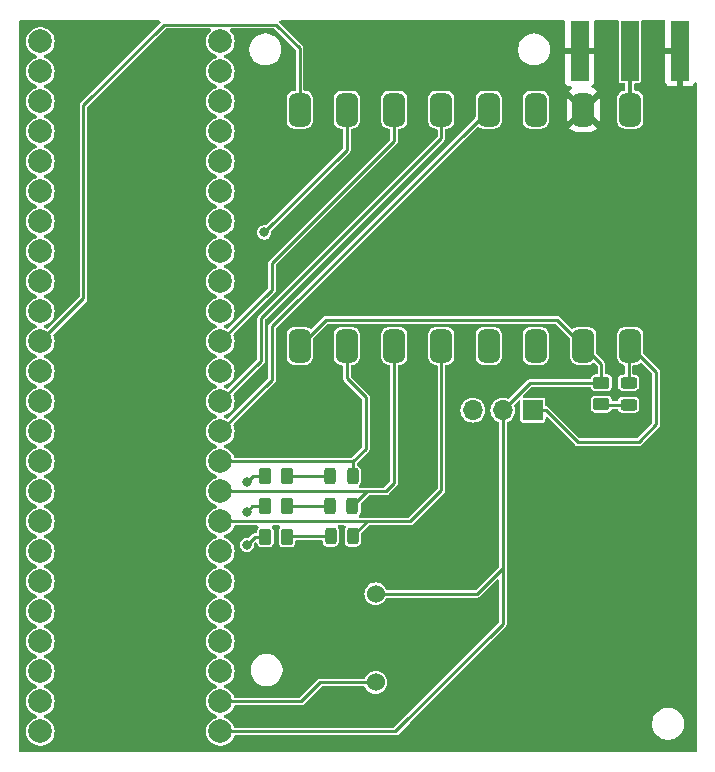
<source format=gbr>
%TF.GenerationSoftware,KiCad,Pcbnew,8.0.3*%
%TF.CreationDate,2024-09-25T15:44:19-04:00*%
%TF.ProjectId,RF4463F30-test-board,52463434-3633-4463-9330-2d746573742d,rev?*%
%TF.SameCoordinates,Original*%
%TF.FileFunction,Copper,L1,Top*%
%TF.FilePolarity,Positive*%
%FSLAX46Y46*%
G04 Gerber Fmt 4.6, Leading zero omitted, Abs format (unit mm)*
G04 Created by KiCad (PCBNEW 8.0.3) date 2024-09-25 15:44:19*
%MOMM*%
%LPD*%
G01*
G04 APERTURE LIST*
G04 Aperture macros list*
%AMRoundRect*
0 Rectangle with rounded corners*
0 $1 Rounding radius*
0 $2 $3 $4 $5 $6 $7 $8 $9 X,Y pos of 4 corners*
0 Add a 4 corners polygon primitive as box body*
4,1,4,$2,$3,$4,$5,$6,$7,$8,$9,$2,$3,0*
0 Add four circle primitives for the rounded corners*
1,1,$1+$1,$2,$3*
1,1,$1+$1,$4,$5*
1,1,$1+$1,$6,$7*
1,1,$1+$1,$8,$9*
0 Add four rect primitives between the rounded corners*
20,1,$1+$1,$2,$3,$4,$5,0*
20,1,$1+$1,$4,$5,$6,$7,0*
20,1,$1+$1,$6,$7,$8,$9,0*
20,1,$1+$1,$8,$9,$2,$3,0*%
G04 Aperture macros list end*
%TA.AperFunction,SMDPad,CuDef*%
%ADD10RoundRect,0.450000X-0.450000X0.950000X-0.450000X-0.950000X0.450000X-0.950000X0.450000X0.950000X0*%
%TD*%
%TA.AperFunction,SMDPad,CuDef*%
%ADD11RoundRect,0.250000X0.262500X0.450000X-0.262500X0.450000X-0.262500X-0.450000X0.262500X-0.450000X0*%
%TD*%
%TA.AperFunction,SMDPad,CuDef*%
%ADD12RoundRect,0.243750X0.243750X0.456250X-0.243750X0.456250X-0.243750X-0.456250X0.243750X-0.456250X0*%
%TD*%
%TA.AperFunction,ComponentPad*%
%ADD13R,1.700000X1.700000*%
%TD*%
%TA.AperFunction,ComponentPad*%
%ADD14O,1.700000X1.700000*%
%TD*%
%TA.AperFunction,ComponentPad*%
%ADD15C,1.524000*%
%TD*%
%TA.AperFunction,SMDPad,CuDef*%
%ADD16R,1.500000X5.080000*%
%TD*%
%TA.AperFunction,ComponentPad*%
%ADD17C,2.000000*%
%TD*%
%TA.AperFunction,SMDPad,CuDef*%
%ADD18RoundRect,0.250000X0.450000X-0.262500X0.450000X0.262500X-0.450000X0.262500X-0.450000X-0.262500X0*%
%TD*%
%TA.AperFunction,SMDPad,CuDef*%
%ADD19RoundRect,0.243750X-0.456250X0.243750X-0.456250X-0.243750X0.456250X-0.243750X0.456250X0.243750X0*%
%TD*%
%TA.AperFunction,ViaPad*%
%ADD20C,0.800000*%
%TD*%
%TA.AperFunction,Conductor*%
%ADD21C,0.335596*%
%TD*%
%TA.AperFunction,Conductor*%
%ADD22C,0.250000*%
%TD*%
G04 APERTURE END LIST*
D10*
%TO.P,RF4463F1,1,VCC*%
%TO.N,/5V*%
X167600000Y-104600000D03*
%TO.P,RF4463F1,2,GND*%
%TO.N,/GND*%
X163600000Y-104600000D03*
%TO.P,RF4463F1,3,NC*%
%TO.N,unconnected-(RF4463F1-NC-Pad3)*%
X159600000Y-104600000D03*
%TO.P,RF4463F1,4,NC*%
%TO.N,unconnected-(RF4463F1-NC-Pad4)*%
X155600000Y-104600000D03*
%TO.P,RF4463F1,5,SDN*%
%TO.N,/SDN*%
X151600000Y-104600000D03*
%TO.P,RF4463F1,6,IRQ*%
%TO.N,/IRQ*%
X147600000Y-104600000D03*
%TO.P,RF4463F1,7,CS*%
%TO.N,/CS*%
X143600000Y-104600000D03*
%TO.P,RF4463F1,8,GND*%
%TO.N,/GND*%
X139600000Y-104600000D03*
%TO.P,RF4463F1,9,SCK*%
%TO.N,/SCK*%
X139600000Y-84600000D03*
%TO.P,RF4463F1,10,SDI*%
%TO.N,/MOSI*%
X143600000Y-84600000D03*
%TO.P,RF4463F1,11,SDO*%
%TO.N,/MISO*%
X147600000Y-84600000D03*
%TO.P,RF4463F1,12,GPIO1*%
%TO.N,/GPIO1*%
X151600000Y-84600000D03*
%TO.P,RF4463F1,13,GPIO0*%
%TO.N,/GPIO0*%
X155600000Y-84600000D03*
%TO.P,RF4463F1,14,NC*%
%TO.N,unconnected-(RF4463F1-NC-Pad14)*%
X159600000Y-84600000D03*
%TO.P,RF4463F1,15,AGND*%
%TO.N,Net-(ANT1-Ext)*%
X163600000Y-84600000D03*
%TO.P,RF4463F1,16,ANT*%
%TO.N,Net-(ANT1-In)*%
X167600000Y-84600000D03*
%TD*%
D11*
%TO.P,R2,1*%
%TO.N,Net-(D2-A)*%
X138525000Y-118200000D03*
%TO.P,R2,2*%
%TO.N,/GND*%
X136700000Y-118200000D03*
%TD*%
%TO.P,R3,1*%
%TO.N,Net-(D3-A)*%
X138525000Y-120750000D03*
%TO.P,R3,2*%
%TO.N,/GND*%
X136700000Y-120750000D03*
%TD*%
D12*
%TO.P,D2,1,K*%
%TO.N,/IRQ*%
X144075000Y-118150000D03*
%TO.P,D2,2,A*%
%TO.N,Net-(D2-A)*%
X142200000Y-118150000D03*
%TD*%
D13*
%TO.P,JPower1,1,Pin_1*%
%TO.N,/5V*%
X159350000Y-110050000D03*
D14*
%TO.P,JPower1,2,Pin_2*%
%TO.N,/GND*%
X156810000Y-110050000D03*
%TO.P,JPower1,3,Pin_3*%
%TO.N,unconnected-(JPower1-Pin_3-Pad3)*%
X154270000Y-110050000D03*
%TD*%
D15*
%TO.P,BZ1,1,+*%
%TO.N,Net-(BZ1-+)*%
X146050000Y-133100000D03*
%TO.P,BZ1,2,-*%
%TO.N,/GND*%
X146050000Y-125600000D03*
%TD*%
D16*
%TO.P,ANT1,1,In*%
%TO.N,Net-(ANT1-In)*%
X167550000Y-79600000D03*
%TO.P,ANT1,2,Ext*%
%TO.N,Net-(ANT1-Ext)*%
X163300000Y-79600000D03*
X171800000Y-79600000D03*
%TD*%
D17*
%TO.P,Teensy4.1,0,RX1*%
%TO.N,Net-(BZ1-+)*%
X132900000Y-134710000D03*
%TO.P,Teensy4.1,1,TX1*%
%TO.N,unconnected-(Teensy4.1-TX1-Pad1)*%
X132900000Y-132170000D03*
%TO.P,Teensy4.1,2,PWM*%
%TO.N,unconnected-(Teensy4.1-PWM-Pad2)*%
X132900000Y-129630000D03*
%TO.P,Teensy4.1,3,PWM*%
%TO.N,unconnected-(Teensy4.1-PWM-Pad3)*%
X132900000Y-127090000D03*
%TO.P,Teensy4.1,3V,3.3V*%
%TO.N,unconnected-(Teensy4.1-3.3V-Pad3V)*%
X132900000Y-101690000D03*
%TO.P,Teensy4.1,3V1,3.3V*%
%TO.N,unconnected-(Teensy4.1-3.3V-Pad3V1)*%
X117660000Y-132170000D03*
%TO.P,Teensy4.1,4,PWM*%
%TO.N,unconnected-(Teensy4.1-PWM-Pad4)*%
X132900000Y-124550000D03*
%TO.P,Teensy4.1,5,PWM*%
%TO.N,unconnected-(Teensy4.1-PWM-Pad5)*%
X132900000Y-122010000D03*
%TO.P,Teensy4.1,5V,VIN*%
%TO.N,/5V*%
X117660000Y-137250000D03*
%TO.P,Teensy4.1,6,PWM*%
%TO.N,/SDN*%
X132900000Y-119470000D03*
%TO.P,Teensy4.1,7,RX2*%
%TO.N,/IRQ*%
X132900000Y-116930000D03*
%TO.P,Teensy4.1,8,TX2*%
%TO.N,/CS*%
X132900000Y-114390000D03*
%TO.P,Teensy4.1,9,PWM*%
%TO.N,/GPIO0*%
X132900000Y-111850000D03*
%TO.P,Teensy4.1,10,CS*%
%TO.N,/GPIO1*%
X132900000Y-109310000D03*
%TO.P,Teensy4.1,11,MOSI*%
%TO.N,/MOSI*%
X132900000Y-106770000D03*
%TO.P,Teensy4.1,12,MISO*%
%TO.N,/MISO*%
X132900000Y-104230000D03*
%TO.P,Teensy4.1,13,SCK*%
%TO.N,/SCK*%
X117660000Y-104230000D03*
%TO.P,Teensy4.1,14,A0*%
%TO.N,unconnected-(Teensy4.1-A0-Pad14)*%
X117660000Y-106770000D03*
%TO.P,Teensy4.1,15,A1*%
%TO.N,unconnected-(Teensy4.1-A1-Pad15)*%
X117660000Y-109310000D03*
%TO.P,Teensy4.1,16,A2*%
%TO.N,unconnected-(Teensy4.1-A2-Pad16)*%
X117660000Y-111850000D03*
%TO.P,Teensy4.1,17,A3*%
%TO.N,unconnected-(Teensy4.1-A3-Pad17)*%
X117660000Y-114390000D03*
%TO.P,Teensy4.1,18,SDA*%
%TO.N,unconnected-(Teensy4.1-SDA-Pad18)*%
X117660000Y-116930000D03*
%TO.P,Teensy4.1,19,SCL*%
%TO.N,unconnected-(Teensy4.1-SCL-Pad19)*%
X117660000Y-119470000D03*
%TO.P,Teensy4.1,20,TX5*%
%TO.N,unconnected-(Teensy4.1-TX5-Pad20)*%
X117660000Y-122010000D03*
%TO.P,Teensy4.1,21,RX5*%
%TO.N,unconnected-(Teensy4.1-RX5-Pad21)*%
X117660000Y-124550000D03*
%TO.P,Teensy4.1,22,PWM*%
%TO.N,unconnected-(Teensy4.1-PWM-Pad22)*%
X117660000Y-127090000D03*
%TO.P,Teensy4.1,23,PWM*%
%TO.N,unconnected-(Teensy4.1-PWM-Pad23)*%
X117660000Y-129630000D03*
%TO.P,Teensy4.1,24,SCL2*%
%TO.N,unconnected-(Teensy4.1-SCL2-Pad24)*%
X132900000Y-99150000D03*
%TO.P,Teensy4.1,25,SDA2*%
%TO.N,unconnected-(Teensy4.1-SDA2-Pad25)*%
X132900000Y-96610000D03*
%TO.P,Teensy4.1,26,MOSI1*%
%TO.N,unconnected-(Teensy4.1-MOSI1-Pad26)*%
X132900000Y-94070000D03*
%TO.P,Teensy4.1,27,SCK1*%
%TO.N,unconnected-(Teensy4.1-SCK1-Pad27)*%
X132900000Y-91530000D03*
%TO.P,Teensy4.1,28,RX7*%
%TO.N,unconnected-(Teensy4.1-RX7-Pad28)*%
X132900000Y-88990000D03*
%TO.P,Teensy4.1,29,TX7*%
%TO.N,unconnected-(Teensy4.1-TX7-Pad29)*%
X132900000Y-86450000D03*
%TO.P,Teensy4.1,30,GPIO*%
%TO.N,unconnected-(Teensy4.1-GPIO-Pad30)*%
X132900000Y-83910000D03*
%TO.P,Teensy4.1,31,GPIO*%
%TO.N,unconnected-(Teensy4.1-GPIO-Pad31)*%
X132900000Y-81370000D03*
%TO.P,Teensy4.1,32,GPIO*%
%TO.N,unconnected-(Teensy4.1-GPIO-Pad32)*%
X132900000Y-78830000D03*
%TO.P,Teensy4.1,33,PWM*%
%TO.N,unconnected-(Teensy4.1-PWM-Pad33)*%
X117660000Y-78830000D03*
%TO.P,Teensy4.1,34,RX8*%
%TO.N,unconnected-(Teensy4.1-RX8-Pad34)*%
X117660000Y-81370000D03*
%TO.P,Teensy4.1,35,TX8*%
%TO.N,unconnected-(Teensy4.1-TX8-Pad35)*%
X117660000Y-83910000D03*
%TO.P,Teensy4.1,36,PWM*%
%TO.N,unconnected-(Teensy4.1-PWM-Pad36)*%
X117660000Y-86450000D03*
%TO.P,Teensy4.1,37,PWM*%
%TO.N,unconnected-(Teensy4.1-PWM-Pad37)*%
X117660000Y-88990000D03*
%TO.P,Teensy4.1,38,CS1*%
%TO.N,unconnected-(Teensy4.1-CS1-Pad38)*%
X117660000Y-91530000D03*
%TO.P,Teensy4.1,39,MISO1*%
%TO.N,unconnected-(Teensy4.1-MISO1-Pad39)*%
X117660000Y-94070000D03*
%TO.P,Teensy4.1,40,A16*%
%TO.N,unconnected-(Teensy4.1-A16-Pad40)*%
X117660000Y-96610000D03*
%TO.P,Teensy4.1,41,A17*%
%TO.N,unconnected-(Teensy4.1-A17-Pad41)*%
X117660000Y-99150000D03*
%TO.P,Teensy4.1,G,GND*%
%TO.N,/GND*%
X132900000Y-137250000D03*
%TO.P,Teensy4.1,G1,GND*%
%TO.N,unconnected-(Teensy4.1-GND-PadG1)*%
X117660000Y-134710000D03*
%TO.P,Teensy4.1,G2,GND*%
%TO.N,unconnected-(Teensy4.1-GND-PadG2)*%
X117660000Y-101690000D03*
%TD*%
D11*
%TO.P,R1,1*%
%TO.N,Net-(D1-A)*%
X138525000Y-115650000D03*
%TO.P,R1,2*%
%TO.N,/GND*%
X136700000Y-115650000D03*
%TD*%
D12*
%TO.P,D3,1,K*%
%TO.N,/SDN*%
X144100000Y-120700000D03*
%TO.P,D3,2,A*%
%TO.N,Net-(D3-A)*%
X142225000Y-120700000D03*
%TD*%
%TO.P,D1,1,K*%
%TO.N,/CS*%
X144087500Y-115600000D03*
%TO.P,D1,2,A*%
%TO.N,Net-(D1-A)*%
X142212500Y-115600000D03*
%TD*%
D18*
%TO.P,R4,1*%
%TO.N,Net-(D4-A)*%
X165150000Y-109550000D03*
%TO.P,R4,2*%
%TO.N,/GND*%
X165150000Y-107725000D03*
%TD*%
D19*
%TO.P,D4,1,K*%
%TO.N,/5V*%
X167450000Y-107725000D03*
%TO.P,D4,2,A*%
%TO.N,Net-(D4-A)*%
X167450000Y-109600000D03*
%TD*%
D20*
%TO.N,Net-(ANT1-Ext)*%
X169000000Y-86400000D03*
X166200000Y-82800000D03*
X166200000Y-86400000D03*
X169000000Y-82800000D03*
%TO.N,/GND*%
X135125000Y-118650000D03*
X135125000Y-121450000D03*
X135125000Y-116150000D03*
%TO.N,/MOSI*%
X136600000Y-95000000D03*
%TD*%
D21*
%TO.N,Net-(ANT1-In)*%
X167550000Y-84550000D02*
X167550000Y-79600000D01*
D22*
%TO.N,/5V*%
X163150000Y-112750000D02*
X168300000Y-112750000D01*
X169800000Y-106800000D02*
X167600000Y-104600000D01*
X159350000Y-110050000D02*
X160450000Y-110050000D01*
X167450000Y-104750000D02*
X167600000Y-104600000D01*
X167450000Y-107725000D02*
X167450000Y-104750000D01*
X168300000Y-112750000D02*
X169800000Y-111250000D01*
X169800000Y-111250000D02*
X169800000Y-106800000D01*
X160450000Y-110050000D02*
X163150000Y-112750000D01*
%TO.N,/GND*%
X156810000Y-110050000D02*
X159135000Y-107725000D01*
X136700000Y-115650000D02*
X135625000Y-115650000D01*
X165150000Y-106150000D02*
X163600000Y-104600000D01*
X135625000Y-115650000D02*
X135125000Y-116150000D01*
X136700000Y-118200000D02*
X135575000Y-118200000D01*
X156810000Y-123390000D02*
X156810000Y-128140000D01*
X161400000Y-102400000D02*
X163600000Y-104600000D01*
X156810000Y-123390000D02*
X154600000Y-125600000D01*
X156810000Y-128140000D02*
X147700000Y-137250000D01*
X165150000Y-107725000D02*
X165150000Y-106150000D01*
X156810000Y-110050000D02*
X156810000Y-123390000D01*
X159135000Y-107725000D02*
X165150000Y-107725000D01*
X136700000Y-120750000D02*
X135825000Y-120750000D01*
X154600000Y-125600000D02*
X146050000Y-125600000D01*
X135575000Y-118200000D02*
X135125000Y-118650000D01*
X147700000Y-137250000D02*
X132900000Y-137250000D01*
X141800000Y-102400000D02*
X161400000Y-102400000D01*
X139600000Y-104600000D02*
X141800000Y-102400000D01*
X135825000Y-120750000D02*
X135125000Y-121450000D01*
%TO.N,/GPIO1*%
X136350000Y-102250000D02*
X136350000Y-105860000D01*
X151600000Y-87000000D02*
X136350000Y-102250000D01*
X151600000Y-84600000D02*
X151600000Y-87000000D01*
X136350000Y-105860000D02*
X132900000Y-109310000D01*
%TO.N,/GPIO0*%
X137250000Y-107500000D02*
X137250000Y-102950000D01*
X137250000Y-102950000D02*
X155600000Y-84600000D01*
X155600000Y-84600000D02*
X155600000Y-85150000D01*
X132900000Y-111850000D02*
X137250000Y-107500000D01*
%TO.N,/SDN*%
X132975000Y-119470000D02*
X148955000Y-119470000D01*
X151600000Y-104600000D02*
X151600000Y-116825000D01*
X144100000Y-120700000D02*
X145330000Y-119470000D01*
X145330000Y-119470000D02*
X148955000Y-119470000D01*
X151600000Y-116825000D02*
X148955000Y-119470000D01*
%TO.N,/IRQ*%
X147600000Y-116200000D02*
X147600000Y-104600000D01*
X132975000Y-116930000D02*
X146895000Y-116930000D01*
X145295000Y-116930000D02*
X146895000Y-116930000D01*
X146895000Y-116905000D02*
X147600000Y-116200000D01*
X144075000Y-118150000D02*
X145295000Y-116930000D01*
X146895000Y-116930000D02*
X146895000Y-116905000D01*
%TO.N,/CS*%
X145200000Y-113325000D02*
X145200000Y-108950000D01*
X145200000Y-108950000D02*
X143600000Y-107350000D01*
X143600000Y-107350000D02*
X143600000Y-104600000D01*
X144135000Y-114390000D02*
X145200000Y-113325000D01*
X144087500Y-115600000D02*
X144087500Y-114437500D01*
X144087500Y-114437500D02*
X144135000Y-114390000D01*
X132975000Y-114390000D02*
X144135000Y-114390000D01*
%TO.N,/MOSI*%
X143600000Y-88000000D02*
X136600000Y-95000000D01*
X143600000Y-84600000D02*
X143600000Y-88000000D01*
%TO.N,/MISO*%
X147600000Y-87250000D02*
X147600000Y-84600000D01*
X132900000Y-104230000D02*
X137250000Y-99880000D01*
X137250000Y-99880000D02*
X137250000Y-97600000D01*
X137250000Y-97600000D02*
X147600000Y-87250000D01*
%TO.N,/SCK*%
X137600000Y-77400000D02*
X128100000Y-77400000D01*
X121300000Y-100590000D02*
X117660000Y-104230000D01*
X121300000Y-84200000D02*
X121300000Y-100590000D01*
X128100000Y-77400000D02*
X121300000Y-84200000D01*
X139600000Y-84600000D02*
X139600000Y-79400000D01*
X139600000Y-79400000D02*
X137600000Y-77400000D01*
%TO.N,Net-(BZ1-+)*%
X141350000Y-133100000D02*
X146050000Y-133100000D01*
X139740000Y-134710000D02*
X141350000Y-133100000D01*
X132900000Y-134710000D02*
X139740000Y-134710000D01*
%TO.N,Net-(D1-A)*%
X138575000Y-115600000D02*
X138525000Y-115650000D01*
X142212500Y-115600000D02*
X138575000Y-115600000D01*
%TO.N,Net-(D2-A)*%
X138575000Y-118150000D02*
X138525000Y-118200000D01*
X142200000Y-118150000D02*
X138575000Y-118150000D01*
%TO.N,Net-(D3-A)*%
X138575000Y-120700000D02*
X138525000Y-120750000D01*
X142225000Y-120700000D02*
X138575000Y-120700000D01*
%TO.N,Net-(D4-A)*%
X167450000Y-109600000D02*
X165200000Y-109600000D01*
X165200000Y-109600000D02*
X165150000Y-109550000D01*
%TD*%
%TA.AperFunction,Conductor*%
%TO.N,Net-(ANT1-Ext)*%
G36*
X170492949Y-77022082D02*
G01*
X170538749Y-77074846D01*
X170550000Y-77126456D01*
X170550000Y-79350000D01*
X171926000Y-79350000D01*
X171993039Y-79369685D01*
X172038794Y-79422489D01*
X172050000Y-79474000D01*
X172050000Y-82640000D01*
X172597828Y-82640000D01*
X172597844Y-82639999D01*
X172657372Y-82633598D01*
X172657379Y-82633596D01*
X172792086Y-82583354D01*
X172792093Y-82583350D01*
X172907187Y-82497190D01*
X172907190Y-82497187D01*
X172993350Y-82382093D01*
X172993354Y-82382086D01*
X173009818Y-82337945D01*
X173051689Y-82282011D01*
X173117153Y-82257594D01*
X173185426Y-82272445D01*
X173234832Y-82321851D01*
X173250000Y-82381278D01*
X173250000Y-138876000D01*
X173230315Y-138943039D01*
X173177511Y-138988794D01*
X173126000Y-139000000D01*
X115924000Y-139000000D01*
X115856961Y-138980315D01*
X115811206Y-138927511D01*
X115800000Y-138876000D01*
X115800000Y-77173892D01*
X115819685Y-77106853D01*
X115872489Y-77061098D01*
X115923891Y-77049892D01*
X127700562Y-77039642D01*
X127767617Y-77059268D01*
X127813417Y-77112032D01*
X127823421Y-77181182D01*
X127794452Y-77244763D01*
X127788349Y-77251323D01*
X121039537Y-84000135D01*
X121039533Y-84000141D01*
X120996681Y-84074361D01*
X120996682Y-84074362D01*
X120974500Y-84157147D01*
X120974500Y-100403810D01*
X120954815Y-100470849D01*
X120938181Y-100491491D01*
X118313290Y-103116381D01*
X118251967Y-103149866D01*
X118182275Y-103144882D01*
X118180816Y-103144327D01*
X118081613Y-103105896D01*
X118003475Y-103075625D01*
X117948075Y-103033055D01*
X117924484Y-102967288D01*
X117940195Y-102899207D01*
X117990218Y-102850428D01*
X118003466Y-102844377D01*
X118197401Y-102769247D01*
X118386562Y-102652124D01*
X118550981Y-102502236D01*
X118685058Y-102324689D01*
X118784229Y-102125528D01*
X118845115Y-101911536D01*
X118865643Y-101690000D01*
X118845115Y-101468464D01*
X118784229Y-101254472D01*
X118784224Y-101254461D01*
X118685061Y-101055316D01*
X118685056Y-101055308D01*
X118550979Y-100877761D01*
X118386562Y-100727876D01*
X118386560Y-100727874D01*
X118197404Y-100610754D01*
X118197395Y-100610750D01*
X118103956Y-100574552D01*
X118003475Y-100535625D01*
X117948075Y-100493054D01*
X117924484Y-100427288D01*
X117940195Y-100359207D01*
X117990219Y-100310428D01*
X118003466Y-100304377D01*
X118197401Y-100229247D01*
X118386562Y-100112124D01*
X118550981Y-99962236D01*
X118685058Y-99784689D01*
X118784229Y-99585528D01*
X118845115Y-99371536D01*
X118865643Y-99150000D01*
X118845115Y-98928464D01*
X118784229Y-98714472D01*
X118784224Y-98714461D01*
X118685061Y-98515316D01*
X118685056Y-98515308D01*
X118550979Y-98337761D01*
X118386562Y-98187876D01*
X118386560Y-98187874D01*
X118197404Y-98070754D01*
X118197395Y-98070750D01*
X118103956Y-98034552D01*
X118003475Y-97995625D01*
X117948075Y-97953054D01*
X117924484Y-97887288D01*
X117940195Y-97819207D01*
X117990219Y-97770428D01*
X118003466Y-97764377D01*
X118197401Y-97689247D01*
X118386562Y-97572124D01*
X118550981Y-97422236D01*
X118685058Y-97244689D01*
X118784229Y-97045528D01*
X118845115Y-96831536D01*
X118865643Y-96610000D01*
X118845115Y-96388464D01*
X118784229Y-96174472D01*
X118784224Y-96174461D01*
X118685061Y-95975316D01*
X118685056Y-95975308D01*
X118550979Y-95797761D01*
X118386562Y-95647876D01*
X118386560Y-95647874D01*
X118197404Y-95530754D01*
X118197395Y-95530750D01*
X118103956Y-95494552D01*
X118003475Y-95455625D01*
X117948075Y-95413054D01*
X117924484Y-95347288D01*
X117940195Y-95279207D01*
X117990219Y-95230428D01*
X118003466Y-95224377D01*
X118197401Y-95149247D01*
X118386562Y-95032124D01*
X118550981Y-94882236D01*
X118685058Y-94704689D01*
X118784229Y-94505528D01*
X118845115Y-94291536D01*
X118865643Y-94070000D01*
X118845115Y-93848464D01*
X118784229Y-93634472D01*
X118784224Y-93634461D01*
X118685061Y-93435316D01*
X118685056Y-93435308D01*
X118550979Y-93257761D01*
X118386562Y-93107876D01*
X118386560Y-93107874D01*
X118197404Y-92990754D01*
X118197395Y-92990750D01*
X118103956Y-92954552D01*
X118003475Y-92915625D01*
X117948075Y-92873054D01*
X117924484Y-92807288D01*
X117940195Y-92739207D01*
X117990219Y-92690428D01*
X118003466Y-92684377D01*
X118197401Y-92609247D01*
X118386562Y-92492124D01*
X118550981Y-92342236D01*
X118685058Y-92164689D01*
X118784229Y-91965528D01*
X118845115Y-91751536D01*
X118865643Y-91530000D01*
X118845115Y-91308464D01*
X118784229Y-91094472D01*
X118784224Y-91094461D01*
X118685061Y-90895316D01*
X118685056Y-90895308D01*
X118550979Y-90717761D01*
X118386562Y-90567876D01*
X118386560Y-90567874D01*
X118197404Y-90450754D01*
X118197395Y-90450750D01*
X118103956Y-90414552D01*
X118003475Y-90375625D01*
X117948075Y-90333054D01*
X117924484Y-90267288D01*
X117940195Y-90199207D01*
X117990219Y-90150428D01*
X118003466Y-90144377D01*
X118197401Y-90069247D01*
X118386562Y-89952124D01*
X118550981Y-89802236D01*
X118685058Y-89624689D01*
X118784229Y-89425528D01*
X118845115Y-89211536D01*
X118865643Y-88990000D01*
X118845115Y-88768464D01*
X118784229Y-88554472D01*
X118784224Y-88554461D01*
X118685061Y-88355316D01*
X118685056Y-88355308D01*
X118550979Y-88177761D01*
X118386562Y-88027876D01*
X118386560Y-88027874D01*
X118197404Y-87910754D01*
X118197395Y-87910750D01*
X118103956Y-87874552D01*
X118003475Y-87835625D01*
X117948075Y-87793054D01*
X117924484Y-87727288D01*
X117940195Y-87659207D01*
X117990219Y-87610428D01*
X118003466Y-87604377D01*
X118197401Y-87529247D01*
X118386562Y-87412124D01*
X118541722Y-87270677D01*
X118550979Y-87262238D01*
X118552318Y-87260466D01*
X118685058Y-87084689D01*
X118784229Y-86885528D01*
X118845115Y-86671536D01*
X118865643Y-86450000D01*
X118845115Y-86228464D01*
X118784229Y-86014472D01*
X118784224Y-86014461D01*
X118685061Y-85815316D01*
X118685056Y-85815308D01*
X118550979Y-85637761D01*
X118386562Y-85487876D01*
X118386560Y-85487874D01*
X118197404Y-85370754D01*
X118197395Y-85370750D01*
X118103956Y-85334552D01*
X118003475Y-85295625D01*
X117948075Y-85253054D01*
X117924484Y-85187288D01*
X117940195Y-85119207D01*
X117990219Y-85070428D01*
X118003466Y-85064377D01*
X118197401Y-84989247D01*
X118386562Y-84872124D01*
X118550981Y-84722236D01*
X118685058Y-84544689D01*
X118784229Y-84345528D01*
X118845115Y-84131536D01*
X118865643Y-83910000D01*
X118845115Y-83688464D01*
X118784229Y-83474472D01*
X118784224Y-83474461D01*
X118685061Y-83275316D01*
X118685056Y-83275308D01*
X118550979Y-83097761D01*
X118386562Y-82947876D01*
X118386560Y-82947874D01*
X118197404Y-82830754D01*
X118197395Y-82830750D01*
X118103956Y-82794552D01*
X118003475Y-82755625D01*
X117948075Y-82713054D01*
X117924484Y-82647288D01*
X117940195Y-82579207D01*
X117990219Y-82530428D01*
X118003466Y-82524377D01*
X118197401Y-82449247D01*
X118386562Y-82332124D01*
X118550981Y-82182236D01*
X118685058Y-82004689D01*
X118784229Y-81805528D01*
X118845115Y-81591536D01*
X118865643Y-81370000D01*
X118845115Y-81148464D01*
X118784229Y-80934472D01*
X118742416Y-80850500D01*
X118685061Y-80735316D01*
X118685056Y-80735308D01*
X118550979Y-80557761D01*
X118386562Y-80407876D01*
X118386560Y-80407874D01*
X118197404Y-80290754D01*
X118197395Y-80290750D01*
X118103956Y-80254552D01*
X118003475Y-80215625D01*
X117948075Y-80173054D01*
X117924484Y-80107288D01*
X117940195Y-80039207D01*
X117990219Y-79990428D01*
X118003466Y-79984377D01*
X118197401Y-79909247D01*
X118386562Y-79792124D01*
X118550981Y-79642236D01*
X118685058Y-79464689D01*
X118784229Y-79265528D01*
X118845115Y-79051536D01*
X118865643Y-78830000D01*
X118862138Y-78792179D01*
X118845115Y-78608464D01*
X118845114Y-78608462D01*
X118784230Y-78394476D01*
X118784229Y-78394472D01*
X118784224Y-78394461D01*
X118685061Y-78195316D01*
X118685056Y-78195308D01*
X118550979Y-78017761D01*
X118386562Y-77867876D01*
X118386560Y-77867874D01*
X118197404Y-77750754D01*
X118197398Y-77750752D01*
X118183028Y-77745185D01*
X117989940Y-77670382D01*
X117771243Y-77629500D01*
X117548757Y-77629500D01*
X117330060Y-77670382D01*
X117198864Y-77721207D01*
X117122601Y-77750752D01*
X117122595Y-77750754D01*
X116933439Y-77867874D01*
X116933437Y-77867876D01*
X116769020Y-78017761D01*
X116634943Y-78195308D01*
X116634938Y-78195316D01*
X116535775Y-78394461D01*
X116535769Y-78394476D01*
X116474885Y-78608462D01*
X116474884Y-78608464D01*
X116454357Y-78829999D01*
X116454357Y-78830000D01*
X116474884Y-79051535D01*
X116474885Y-79051537D01*
X116535769Y-79265523D01*
X116535775Y-79265538D01*
X116634938Y-79464683D01*
X116634943Y-79464691D01*
X116769020Y-79642238D01*
X116933437Y-79792123D01*
X116933439Y-79792125D01*
X117122595Y-79909245D01*
X117122596Y-79909245D01*
X117122599Y-79909247D01*
X117316524Y-79984374D01*
X117371924Y-80026946D01*
X117395515Y-80092713D01*
X117379804Y-80160793D01*
X117329780Y-80209572D01*
X117316533Y-80215622D01*
X117168488Y-80272975D01*
X117122601Y-80290752D01*
X117122595Y-80290754D01*
X116933439Y-80407874D01*
X116933437Y-80407876D01*
X116769020Y-80557761D01*
X116634943Y-80735308D01*
X116634938Y-80735316D01*
X116535775Y-80934461D01*
X116535769Y-80934476D01*
X116474885Y-81148462D01*
X116474884Y-81148464D01*
X116454357Y-81369999D01*
X116454357Y-81370000D01*
X116474884Y-81591535D01*
X116474885Y-81591537D01*
X116535769Y-81805523D01*
X116535775Y-81805538D01*
X116634938Y-82004683D01*
X116634943Y-82004691D01*
X116769020Y-82182238D01*
X116933437Y-82332123D01*
X116933439Y-82332125D01*
X117122595Y-82449245D01*
X117122596Y-82449245D01*
X117122599Y-82449247D01*
X117316524Y-82524374D01*
X117371924Y-82566946D01*
X117395515Y-82632713D01*
X117379804Y-82700793D01*
X117329780Y-82749572D01*
X117316533Y-82755622D01*
X117168488Y-82812975D01*
X117122601Y-82830752D01*
X117122595Y-82830754D01*
X116933439Y-82947874D01*
X116933437Y-82947876D01*
X116769020Y-83097761D01*
X116634943Y-83275308D01*
X116634938Y-83275316D01*
X116535775Y-83474461D01*
X116535769Y-83474476D01*
X116474885Y-83688462D01*
X116474884Y-83688464D01*
X116454357Y-83909999D01*
X116454357Y-83910000D01*
X116474884Y-84131535D01*
X116474885Y-84131537D01*
X116535769Y-84345523D01*
X116535775Y-84345538D01*
X116634938Y-84544683D01*
X116634943Y-84544691D01*
X116769020Y-84722238D01*
X116933437Y-84872123D01*
X116933439Y-84872125D01*
X117122595Y-84989245D01*
X117122596Y-84989245D01*
X117122599Y-84989247D01*
X117316524Y-85064374D01*
X117371924Y-85106946D01*
X117395515Y-85172713D01*
X117379804Y-85240793D01*
X117329780Y-85289572D01*
X117316533Y-85295622D01*
X117168488Y-85352975D01*
X117122601Y-85370752D01*
X117122595Y-85370754D01*
X116933439Y-85487874D01*
X116933437Y-85487876D01*
X116769020Y-85637761D01*
X116634943Y-85815308D01*
X116634938Y-85815316D01*
X116535775Y-86014461D01*
X116535769Y-86014476D01*
X116474885Y-86228462D01*
X116474884Y-86228464D01*
X116454357Y-86449999D01*
X116454357Y-86450000D01*
X116474884Y-86671535D01*
X116474885Y-86671537D01*
X116535769Y-86885523D01*
X116535775Y-86885538D01*
X116634938Y-87084683D01*
X116634943Y-87084691D01*
X116769020Y-87262238D01*
X116933437Y-87412123D01*
X116933439Y-87412125D01*
X117122595Y-87529245D01*
X117122596Y-87529245D01*
X117122599Y-87529247D01*
X117316524Y-87604374D01*
X117371924Y-87646946D01*
X117395515Y-87712713D01*
X117379804Y-87780793D01*
X117329780Y-87829572D01*
X117316533Y-87835622D01*
X117199790Y-87880849D01*
X117122601Y-87910752D01*
X117122595Y-87910754D01*
X116933439Y-88027874D01*
X116933437Y-88027876D01*
X116769020Y-88177761D01*
X116634943Y-88355308D01*
X116634938Y-88355316D01*
X116535775Y-88554461D01*
X116535769Y-88554476D01*
X116474885Y-88768462D01*
X116474884Y-88768464D01*
X116454357Y-88989999D01*
X116454357Y-88990000D01*
X116474884Y-89211535D01*
X116474885Y-89211537D01*
X116535769Y-89425523D01*
X116535775Y-89425538D01*
X116634938Y-89624683D01*
X116634943Y-89624691D01*
X116769020Y-89802238D01*
X116933437Y-89952123D01*
X116933439Y-89952125D01*
X117122595Y-90069245D01*
X117122596Y-90069245D01*
X117122599Y-90069247D01*
X117316524Y-90144374D01*
X117371924Y-90186946D01*
X117395515Y-90252713D01*
X117379804Y-90320793D01*
X117329780Y-90369572D01*
X117316533Y-90375622D01*
X117168488Y-90432975D01*
X117122601Y-90450752D01*
X117122595Y-90450754D01*
X116933439Y-90567874D01*
X116933437Y-90567876D01*
X116769020Y-90717761D01*
X116634943Y-90895308D01*
X116634938Y-90895316D01*
X116535775Y-91094461D01*
X116535769Y-91094476D01*
X116474885Y-91308462D01*
X116474884Y-91308464D01*
X116454357Y-91529999D01*
X116454357Y-91530000D01*
X116474884Y-91751535D01*
X116474885Y-91751537D01*
X116535769Y-91965523D01*
X116535775Y-91965538D01*
X116634938Y-92164683D01*
X116634943Y-92164691D01*
X116769020Y-92342238D01*
X116933437Y-92492123D01*
X116933439Y-92492125D01*
X117122595Y-92609245D01*
X117122596Y-92609245D01*
X117122599Y-92609247D01*
X117316524Y-92684374D01*
X117371924Y-92726946D01*
X117395515Y-92792713D01*
X117379804Y-92860793D01*
X117329780Y-92909572D01*
X117316533Y-92915622D01*
X117168488Y-92972975D01*
X117122601Y-92990752D01*
X117122595Y-92990754D01*
X116933439Y-93107874D01*
X116933437Y-93107876D01*
X116769020Y-93257761D01*
X116634943Y-93435308D01*
X116634938Y-93435316D01*
X116535775Y-93634461D01*
X116535769Y-93634476D01*
X116474885Y-93848462D01*
X116474884Y-93848464D01*
X116454357Y-94069999D01*
X116454357Y-94070000D01*
X116474884Y-94291535D01*
X116474885Y-94291537D01*
X116535769Y-94505523D01*
X116535775Y-94505538D01*
X116634938Y-94704683D01*
X116634943Y-94704691D01*
X116769020Y-94882238D01*
X116933437Y-95032123D01*
X116933439Y-95032125D01*
X117122595Y-95149245D01*
X117122596Y-95149245D01*
X117122599Y-95149247D01*
X117316524Y-95224374D01*
X117371924Y-95266946D01*
X117395515Y-95332713D01*
X117379804Y-95400793D01*
X117329780Y-95449572D01*
X117316533Y-95455622D01*
X117168488Y-95512975D01*
X117122601Y-95530752D01*
X117122595Y-95530754D01*
X116933439Y-95647874D01*
X116933437Y-95647876D01*
X116769020Y-95797761D01*
X116634943Y-95975308D01*
X116634938Y-95975316D01*
X116535775Y-96174461D01*
X116535769Y-96174476D01*
X116474885Y-96388462D01*
X116474884Y-96388464D01*
X116454357Y-96609999D01*
X116454357Y-96610000D01*
X116474884Y-96831535D01*
X116474885Y-96831537D01*
X116535769Y-97045523D01*
X116535775Y-97045538D01*
X116634938Y-97244683D01*
X116634943Y-97244691D01*
X116769020Y-97422238D01*
X116933437Y-97572123D01*
X116933439Y-97572125D01*
X117122595Y-97689245D01*
X117122596Y-97689245D01*
X117122599Y-97689247D01*
X117316524Y-97764374D01*
X117371924Y-97806946D01*
X117395515Y-97872713D01*
X117379804Y-97940793D01*
X117329780Y-97989572D01*
X117316533Y-97995622D01*
X117168488Y-98052975D01*
X117122601Y-98070752D01*
X117122595Y-98070754D01*
X116933439Y-98187874D01*
X116933437Y-98187876D01*
X116769020Y-98337761D01*
X116634943Y-98515308D01*
X116634938Y-98515316D01*
X116535775Y-98714461D01*
X116535769Y-98714476D01*
X116474885Y-98928462D01*
X116474884Y-98928464D01*
X116454357Y-99149999D01*
X116454357Y-99150000D01*
X116474884Y-99371535D01*
X116474885Y-99371537D01*
X116535769Y-99585523D01*
X116535775Y-99585538D01*
X116634938Y-99784683D01*
X116634943Y-99784691D01*
X116769020Y-99962238D01*
X116933437Y-100112123D01*
X116933439Y-100112125D01*
X117122595Y-100229245D01*
X117122596Y-100229245D01*
X117122599Y-100229247D01*
X117316524Y-100304374D01*
X117371924Y-100346946D01*
X117395515Y-100412713D01*
X117379804Y-100480793D01*
X117329780Y-100529572D01*
X117316533Y-100535622D01*
X117168488Y-100592975D01*
X117122601Y-100610752D01*
X117122595Y-100610754D01*
X116933439Y-100727874D01*
X116933437Y-100727876D01*
X116769020Y-100877761D01*
X116634943Y-101055308D01*
X116634938Y-101055316D01*
X116535775Y-101254461D01*
X116535769Y-101254476D01*
X116474885Y-101468462D01*
X116474884Y-101468464D01*
X116454357Y-101689999D01*
X116454357Y-101690000D01*
X116474884Y-101911535D01*
X116474885Y-101911537D01*
X116535769Y-102125523D01*
X116535775Y-102125538D01*
X116634938Y-102324683D01*
X116634943Y-102324691D01*
X116769020Y-102502238D01*
X116933437Y-102652123D01*
X116933439Y-102652125D01*
X117122595Y-102769245D01*
X117122596Y-102769245D01*
X117122599Y-102769247D01*
X117316524Y-102844374D01*
X117371924Y-102886946D01*
X117395515Y-102952713D01*
X117379804Y-103020793D01*
X117329780Y-103069572D01*
X117316533Y-103075622D01*
X117171220Y-103131917D01*
X117122601Y-103150752D01*
X117122595Y-103150754D01*
X116933439Y-103267874D01*
X116933437Y-103267876D01*
X116769020Y-103417761D01*
X116634943Y-103595308D01*
X116634938Y-103595316D01*
X116535775Y-103794461D01*
X116535769Y-103794476D01*
X116474885Y-104008462D01*
X116474884Y-104008464D01*
X116454357Y-104229999D01*
X116454357Y-104230000D01*
X116474884Y-104451535D01*
X116474885Y-104451537D01*
X116535769Y-104665523D01*
X116535775Y-104665538D01*
X116634938Y-104864683D01*
X116634943Y-104864691D01*
X116769020Y-105042238D01*
X116933437Y-105192123D01*
X116933439Y-105192125D01*
X117122595Y-105309245D01*
X117122596Y-105309245D01*
X117122599Y-105309247D01*
X117316524Y-105384374D01*
X117371924Y-105426946D01*
X117395515Y-105492713D01*
X117379804Y-105560793D01*
X117329780Y-105609572D01*
X117316533Y-105615622D01*
X117221153Y-105652573D01*
X117122601Y-105690752D01*
X117122595Y-105690754D01*
X116933439Y-105807874D01*
X116933437Y-105807876D01*
X116769020Y-105957761D01*
X116634943Y-106135308D01*
X116634938Y-106135316D01*
X116535775Y-106334461D01*
X116535769Y-106334476D01*
X116474885Y-106548462D01*
X116474884Y-106548464D01*
X116454357Y-106769999D01*
X116454357Y-106770000D01*
X116474884Y-106991535D01*
X116474885Y-106991537D01*
X116535769Y-107205523D01*
X116535775Y-107205538D01*
X116634938Y-107404683D01*
X116634943Y-107404691D01*
X116769020Y-107582238D01*
X116933437Y-107732123D01*
X116933439Y-107732125D01*
X117122595Y-107849245D01*
X117122596Y-107849245D01*
X117122599Y-107849247D01*
X117316524Y-107924374D01*
X117371924Y-107966946D01*
X117395515Y-108032713D01*
X117379804Y-108100793D01*
X117329780Y-108149572D01*
X117316533Y-108155622D01*
X117168488Y-108212975D01*
X117122601Y-108230752D01*
X117122595Y-108230754D01*
X116933439Y-108347874D01*
X116933437Y-108347876D01*
X116769020Y-108497761D01*
X116634943Y-108675308D01*
X116634938Y-108675316D01*
X116535775Y-108874461D01*
X116535769Y-108874476D01*
X116474885Y-109088462D01*
X116474884Y-109088464D01*
X116454357Y-109309999D01*
X116454357Y-109310000D01*
X116474884Y-109531535D01*
X116474885Y-109531537D01*
X116535769Y-109745523D01*
X116535775Y-109745538D01*
X116634938Y-109944683D01*
X116634943Y-109944691D01*
X116769020Y-110122238D01*
X116933437Y-110272123D01*
X116933439Y-110272125D01*
X117122595Y-110389245D01*
X117122596Y-110389245D01*
X117122599Y-110389247D01*
X117316524Y-110464374D01*
X117371924Y-110506946D01*
X117395515Y-110572713D01*
X117379804Y-110640793D01*
X117329780Y-110689572D01*
X117316533Y-110695622D01*
X117168488Y-110752975D01*
X117122601Y-110770752D01*
X117122595Y-110770754D01*
X116933439Y-110887874D01*
X116933437Y-110887876D01*
X116769020Y-111037761D01*
X116634943Y-111215308D01*
X116634938Y-111215316D01*
X116535775Y-111414461D01*
X116535769Y-111414476D01*
X116474885Y-111628462D01*
X116474884Y-111628464D01*
X116454357Y-111849999D01*
X116454357Y-111850000D01*
X116474884Y-112071535D01*
X116474885Y-112071537D01*
X116535769Y-112285523D01*
X116535775Y-112285538D01*
X116634938Y-112484683D01*
X116634943Y-112484691D01*
X116769020Y-112662238D01*
X116933437Y-112812123D01*
X116933439Y-112812125D01*
X117122595Y-112929245D01*
X117122596Y-112929245D01*
X117122599Y-112929247D01*
X117316524Y-113004374D01*
X117371924Y-113046946D01*
X117395515Y-113112713D01*
X117379804Y-113180793D01*
X117329780Y-113229572D01*
X117316533Y-113235622D01*
X117168488Y-113292975D01*
X117122601Y-113310752D01*
X117122595Y-113310754D01*
X116933439Y-113427874D01*
X116933437Y-113427876D01*
X116769020Y-113577761D01*
X116634943Y-113755308D01*
X116634938Y-113755316D01*
X116535775Y-113954461D01*
X116535769Y-113954476D01*
X116474885Y-114168462D01*
X116474884Y-114168464D01*
X116454357Y-114389999D01*
X116454357Y-114390000D01*
X116474884Y-114611535D01*
X116474885Y-114611537D01*
X116535769Y-114825523D01*
X116535775Y-114825538D01*
X116634938Y-115024683D01*
X116634943Y-115024691D01*
X116769020Y-115202238D01*
X116933437Y-115352123D01*
X116933439Y-115352125D01*
X117122595Y-115469245D01*
X117122596Y-115469245D01*
X117122599Y-115469247D01*
X117316524Y-115544374D01*
X117371924Y-115586946D01*
X117395515Y-115652713D01*
X117379804Y-115720793D01*
X117329780Y-115769572D01*
X117316533Y-115775622D01*
X117168488Y-115832975D01*
X117122601Y-115850752D01*
X117122595Y-115850754D01*
X116933439Y-115967874D01*
X116933437Y-115967876D01*
X116769020Y-116117761D01*
X116634943Y-116295308D01*
X116634938Y-116295316D01*
X116535775Y-116494461D01*
X116535769Y-116494476D01*
X116474885Y-116708462D01*
X116474884Y-116708464D01*
X116454357Y-116929999D01*
X116454357Y-116930000D01*
X116474884Y-117151535D01*
X116474885Y-117151537D01*
X116535769Y-117365523D01*
X116535775Y-117365538D01*
X116634938Y-117564683D01*
X116634943Y-117564691D01*
X116769020Y-117742238D01*
X116933437Y-117892123D01*
X116933439Y-117892125D01*
X117122595Y-118009245D01*
X117122596Y-118009245D01*
X117122599Y-118009247D01*
X117316524Y-118084374D01*
X117371924Y-118126946D01*
X117395515Y-118192713D01*
X117379804Y-118260793D01*
X117329780Y-118309572D01*
X117316533Y-118315622D01*
X117168488Y-118372975D01*
X117122601Y-118390752D01*
X117122595Y-118390754D01*
X116933439Y-118507874D01*
X116933437Y-118507876D01*
X116769020Y-118657761D01*
X116634943Y-118835308D01*
X116634938Y-118835316D01*
X116535775Y-119034461D01*
X116535769Y-119034476D01*
X116474885Y-119248462D01*
X116474884Y-119248464D01*
X116454357Y-119469999D01*
X116454357Y-119470000D01*
X116474884Y-119691535D01*
X116474885Y-119691537D01*
X116535769Y-119905523D01*
X116535775Y-119905538D01*
X116634938Y-120104683D01*
X116634943Y-120104691D01*
X116769020Y-120282238D01*
X116933437Y-120432123D01*
X116933439Y-120432125D01*
X117122595Y-120549245D01*
X117122596Y-120549245D01*
X117122599Y-120549247D01*
X117316524Y-120624374D01*
X117371924Y-120666946D01*
X117395515Y-120732713D01*
X117379804Y-120800793D01*
X117329780Y-120849572D01*
X117316533Y-120855622D01*
X117168488Y-120912975D01*
X117122601Y-120930752D01*
X117122595Y-120930754D01*
X116933439Y-121047874D01*
X116933437Y-121047876D01*
X116769020Y-121197761D01*
X116634943Y-121375308D01*
X116634938Y-121375316D01*
X116535775Y-121574461D01*
X116535769Y-121574476D01*
X116474885Y-121788462D01*
X116474884Y-121788464D01*
X116454357Y-122009999D01*
X116454357Y-122010000D01*
X116474884Y-122231535D01*
X116474885Y-122231537D01*
X116535769Y-122445523D01*
X116535775Y-122445538D01*
X116634938Y-122644683D01*
X116634943Y-122644691D01*
X116769020Y-122822238D01*
X116933437Y-122972123D01*
X116933439Y-122972125D01*
X117122595Y-123089245D01*
X117122596Y-123089245D01*
X117122599Y-123089247D01*
X117316524Y-123164374D01*
X117371924Y-123206946D01*
X117395515Y-123272713D01*
X117379804Y-123340793D01*
X117329780Y-123389572D01*
X117316533Y-123395622D01*
X117168488Y-123452975D01*
X117122601Y-123470752D01*
X117122595Y-123470754D01*
X116933439Y-123587874D01*
X116933437Y-123587876D01*
X116769020Y-123737761D01*
X116634943Y-123915308D01*
X116634938Y-123915316D01*
X116535775Y-124114461D01*
X116535769Y-124114476D01*
X116474885Y-124328462D01*
X116474884Y-124328464D01*
X116454357Y-124549999D01*
X116454357Y-124550000D01*
X116474884Y-124771535D01*
X116474885Y-124771537D01*
X116535769Y-124985523D01*
X116535775Y-124985538D01*
X116634938Y-125184683D01*
X116634943Y-125184691D01*
X116769020Y-125362238D01*
X116933437Y-125512123D01*
X116933439Y-125512125D01*
X117122595Y-125629245D01*
X117122596Y-125629245D01*
X117122599Y-125629247D01*
X117316524Y-125704374D01*
X117371924Y-125746946D01*
X117395515Y-125812713D01*
X117379804Y-125880793D01*
X117329780Y-125929572D01*
X117316533Y-125935622D01*
X117173466Y-125991047D01*
X117122601Y-126010752D01*
X117122595Y-126010754D01*
X116933439Y-126127874D01*
X116933437Y-126127876D01*
X116769020Y-126277761D01*
X116634943Y-126455308D01*
X116634938Y-126455316D01*
X116535775Y-126654461D01*
X116535769Y-126654476D01*
X116474885Y-126868462D01*
X116474884Y-126868464D01*
X116454357Y-127089999D01*
X116454357Y-127090000D01*
X116474884Y-127311535D01*
X116474885Y-127311537D01*
X116535769Y-127525523D01*
X116535775Y-127525538D01*
X116634938Y-127724683D01*
X116634943Y-127724691D01*
X116769020Y-127902238D01*
X116933437Y-128052123D01*
X116933439Y-128052125D01*
X117122595Y-128169245D01*
X117122596Y-128169245D01*
X117122599Y-128169247D01*
X117316524Y-128244374D01*
X117371924Y-128286946D01*
X117395515Y-128352713D01*
X117379804Y-128420793D01*
X117329780Y-128469572D01*
X117316533Y-128475622D01*
X117168488Y-128532975D01*
X117122601Y-128550752D01*
X117122595Y-128550754D01*
X116933439Y-128667874D01*
X116933437Y-128667876D01*
X116769020Y-128817761D01*
X116634943Y-128995308D01*
X116634938Y-128995316D01*
X116535775Y-129194461D01*
X116535769Y-129194476D01*
X116474885Y-129408462D01*
X116474884Y-129408464D01*
X116454357Y-129629999D01*
X116454357Y-129630000D01*
X116474884Y-129851535D01*
X116474885Y-129851537D01*
X116535769Y-130065523D01*
X116535775Y-130065538D01*
X116634938Y-130264683D01*
X116634943Y-130264691D01*
X116769020Y-130442238D01*
X116933437Y-130592123D01*
X116933439Y-130592125D01*
X117122595Y-130709245D01*
X117122596Y-130709245D01*
X117122599Y-130709247D01*
X117316524Y-130784374D01*
X117371924Y-130826946D01*
X117395515Y-130892713D01*
X117379804Y-130960793D01*
X117329780Y-131009572D01*
X117316533Y-131015622D01*
X117168488Y-131072975D01*
X117122601Y-131090752D01*
X117122595Y-131090754D01*
X116933439Y-131207874D01*
X116933437Y-131207876D01*
X116769020Y-131357761D01*
X116634943Y-131535308D01*
X116634938Y-131535316D01*
X116535775Y-131734461D01*
X116535769Y-131734476D01*
X116474885Y-131948462D01*
X116474884Y-131948464D01*
X116454357Y-132169999D01*
X116454357Y-132170000D01*
X116474884Y-132391535D01*
X116474885Y-132391537D01*
X116535769Y-132605523D01*
X116535775Y-132605538D01*
X116634938Y-132804683D01*
X116634942Y-132804689D01*
X116769020Y-132982238D01*
X116933437Y-133132123D01*
X116933439Y-133132125D01*
X117122595Y-133249245D01*
X117122596Y-133249245D01*
X117122599Y-133249247D01*
X117316524Y-133324374D01*
X117371924Y-133366946D01*
X117395515Y-133432713D01*
X117379804Y-133500793D01*
X117329780Y-133549572D01*
X117316533Y-133555622D01*
X117168488Y-133612975D01*
X117122601Y-133630752D01*
X117122595Y-133630754D01*
X116933439Y-133747874D01*
X116933437Y-133747876D01*
X116769020Y-133897761D01*
X116634943Y-134075308D01*
X116634938Y-134075316D01*
X116535775Y-134274461D01*
X116535769Y-134274476D01*
X116474885Y-134488462D01*
X116474884Y-134488464D01*
X116454357Y-134709999D01*
X116454357Y-134710000D01*
X116474884Y-134931535D01*
X116474885Y-134931537D01*
X116535769Y-135145523D01*
X116535775Y-135145538D01*
X116634938Y-135344683D01*
X116634943Y-135344691D01*
X116769020Y-135522238D01*
X116933437Y-135672123D01*
X116933439Y-135672125D01*
X117122595Y-135789245D01*
X117122596Y-135789245D01*
X117122599Y-135789247D01*
X117316524Y-135864374D01*
X117371924Y-135906946D01*
X117395515Y-135972713D01*
X117379804Y-136040793D01*
X117329780Y-136089572D01*
X117316533Y-136095622D01*
X117168488Y-136152975D01*
X117122601Y-136170752D01*
X117122595Y-136170754D01*
X116933439Y-136287874D01*
X116933437Y-136287876D01*
X116769020Y-136437761D01*
X116634943Y-136615308D01*
X116634938Y-136615316D01*
X116535775Y-136814461D01*
X116535769Y-136814476D01*
X116474885Y-137028462D01*
X116474884Y-137028464D01*
X116454357Y-137249999D01*
X116454357Y-137250000D01*
X116474884Y-137471535D01*
X116474885Y-137471537D01*
X116535769Y-137685523D01*
X116535775Y-137685538D01*
X116634938Y-137884683D01*
X116634943Y-137884691D01*
X116769020Y-138062238D01*
X116933437Y-138212123D01*
X116933439Y-138212125D01*
X117122595Y-138329245D01*
X117122596Y-138329245D01*
X117122599Y-138329247D01*
X117330060Y-138409618D01*
X117548757Y-138450500D01*
X117548759Y-138450500D01*
X117771241Y-138450500D01*
X117771243Y-138450500D01*
X117989940Y-138409618D01*
X118197401Y-138329247D01*
X118386562Y-138212124D01*
X118550981Y-138062236D01*
X118685058Y-137884689D01*
X118784229Y-137685528D01*
X118845115Y-137471536D01*
X118865643Y-137250000D01*
X118845115Y-137028464D01*
X118784229Y-136814472D01*
X118730359Y-136706287D01*
X118685061Y-136615316D01*
X118685056Y-136615308D01*
X118550979Y-136437761D01*
X118386562Y-136287876D01*
X118386560Y-136287874D01*
X118197404Y-136170754D01*
X118197395Y-136170750D01*
X118103956Y-136134552D01*
X118003475Y-136095625D01*
X117948075Y-136053054D01*
X117924484Y-135987288D01*
X117940195Y-135919207D01*
X117990219Y-135870428D01*
X118003466Y-135864377D01*
X118197401Y-135789247D01*
X118386562Y-135672124D01*
X118550981Y-135522236D01*
X118685058Y-135344689D01*
X118784229Y-135145528D01*
X118845115Y-134931536D01*
X118865643Y-134710000D01*
X118845115Y-134488464D01*
X118784229Y-134274472D01*
X118784224Y-134274461D01*
X118685061Y-134075316D01*
X118685056Y-134075308D01*
X118550979Y-133897761D01*
X118386562Y-133747876D01*
X118386560Y-133747874D01*
X118197404Y-133630754D01*
X118197395Y-133630750D01*
X118103956Y-133594552D01*
X118003475Y-133555625D01*
X117948075Y-133513054D01*
X117924484Y-133447288D01*
X117940195Y-133379207D01*
X117990219Y-133330428D01*
X118003466Y-133324377D01*
X118197401Y-133249247D01*
X118386562Y-133132124D01*
X118550981Y-132982236D01*
X118685058Y-132804689D01*
X118784229Y-132605528D01*
X118845115Y-132391536D01*
X118865643Y-132170000D01*
X118845115Y-131948464D01*
X118784229Y-131734472D01*
X118784224Y-131734461D01*
X118685061Y-131535316D01*
X118685056Y-131535308D01*
X118550979Y-131357761D01*
X118386562Y-131207876D01*
X118386560Y-131207874D01*
X118197404Y-131090754D01*
X118197395Y-131090750D01*
X118103956Y-131054552D01*
X118003475Y-131015625D01*
X117948075Y-130973054D01*
X117924484Y-130907288D01*
X117940195Y-130839207D01*
X117990219Y-130790428D01*
X118003466Y-130784377D01*
X118197401Y-130709247D01*
X118386562Y-130592124D01*
X118550981Y-130442236D01*
X118685058Y-130264689D01*
X118784229Y-130065528D01*
X118845115Y-129851536D01*
X118865643Y-129630000D01*
X118845115Y-129408464D01*
X118784229Y-129194472D01*
X118784224Y-129194461D01*
X118685061Y-128995316D01*
X118685056Y-128995308D01*
X118550979Y-128817761D01*
X118386562Y-128667876D01*
X118386560Y-128667874D01*
X118197404Y-128550754D01*
X118197395Y-128550750D01*
X118103956Y-128514552D01*
X118003475Y-128475625D01*
X117948075Y-128433054D01*
X117924484Y-128367288D01*
X117940195Y-128299207D01*
X117990219Y-128250428D01*
X118003466Y-128244377D01*
X118197401Y-128169247D01*
X118386562Y-128052124D01*
X118550981Y-127902236D01*
X118685058Y-127724689D01*
X118784229Y-127525528D01*
X118845115Y-127311536D01*
X118865643Y-127090000D01*
X118845115Y-126868464D01*
X118784229Y-126654472D01*
X118784224Y-126654461D01*
X118685061Y-126455316D01*
X118685056Y-126455308D01*
X118550979Y-126277761D01*
X118386562Y-126127876D01*
X118386560Y-126127874D01*
X118197404Y-126010754D01*
X118197395Y-126010750D01*
X118103956Y-125974552D01*
X118003475Y-125935625D01*
X117948075Y-125893054D01*
X117924484Y-125827288D01*
X117940195Y-125759207D01*
X117990219Y-125710428D01*
X118003466Y-125704377D01*
X118197401Y-125629247D01*
X118386562Y-125512124D01*
X118550981Y-125362236D01*
X118685058Y-125184689D01*
X118784229Y-124985528D01*
X118845115Y-124771536D01*
X118865643Y-124550000D01*
X118845115Y-124328464D01*
X118784229Y-124114472D01*
X118784224Y-124114461D01*
X118685061Y-123915316D01*
X118685056Y-123915308D01*
X118550979Y-123737761D01*
X118386562Y-123587876D01*
X118386560Y-123587874D01*
X118197404Y-123470754D01*
X118197395Y-123470750D01*
X118103956Y-123434552D01*
X118003475Y-123395625D01*
X117948075Y-123353054D01*
X117924484Y-123287288D01*
X117940195Y-123219207D01*
X117990219Y-123170428D01*
X118003466Y-123164377D01*
X118197401Y-123089247D01*
X118386562Y-122972124D01*
X118550981Y-122822236D01*
X118685058Y-122644689D01*
X118784229Y-122445528D01*
X118845115Y-122231536D01*
X118865643Y-122010000D01*
X118845115Y-121788464D01*
X118784229Y-121574472D01*
X118773764Y-121553455D01*
X118685061Y-121375316D01*
X118685056Y-121375308D01*
X118550979Y-121197761D01*
X118386562Y-121047876D01*
X118386560Y-121047874D01*
X118197404Y-120930754D01*
X118197395Y-120930750D01*
X118103956Y-120894552D01*
X118003475Y-120855625D01*
X117948075Y-120813054D01*
X117924484Y-120747288D01*
X117940195Y-120679207D01*
X117990219Y-120630428D01*
X118003466Y-120624377D01*
X118197401Y-120549247D01*
X118386562Y-120432124D01*
X118550981Y-120282236D01*
X118685058Y-120104689D01*
X118784229Y-119905528D01*
X118845115Y-119691536D01*
X118865643Y-119470000D01*
X118845115Y-119248464D01*
X118784229Y-119034472D01*
X118773286Y-119012495D01*
X118685061Y-118835316D01*
X118685056Y-118835308D01*
X118550979Y-118657761D01*
X118386562Y-118507876D01*
X118386560Y-118507874D01*
X118197404Y-118390754D01*
X118197395Y-118390750D01*
X118103956Y-118354552D01*
X118003475Y-118315625D01*
X117948075Y-118273054D01*
X117924484Y-118207288D01*
X117940195Y-118139207D01*
X117990219Y-118090428D01*
X118003466Y-118084377D01*
X118197401Y-118009247D01*
X118386562Y-117892124D01*
X118550981Y-117742236D01*
X118685058Y-117564689D01*
X118784229Y-117365528D01*
X118845115Y-117151536D01*
X118865643Y-116930000D01*
X118845115Y-116708464D01*
X118784229Y-116494472D01*
X118784224Y-116494461D01*
X118685061Y-116295316D01*
X118685056Y-116295308D01*
X118550979Y-116117761D01*
X118386562Y-115967876D01*
X118386560Y-115967874D01*
X118197404Y-115850754D01*
X118197395Y-115850750D01*
X118103956Y-115814552D01*
X118003475Y-115775625D01*
X117948075Y-115733054D01*
X117924484Y-115667288D01*
X117940195Y-115599207D01*
X117990219Y-115550428D01*
X118003466Y-115544377D01*
X118197401Y-115469247D01*
X118386562Y-115352124D01*
X118526282Y-115224751D01*
X118550979Y-115202238D01*
X118551151Y-115202011D01*
X118685058Y-115024689D01*
X118784229Y-114825528D01*
X118845115Y-114611536D01*
X118865643Y-114390000D01*
X118845115Y-114168464D01*
X118784229Y-113954472D01*
X118784224Y-113954461D01*
X118685061Y-113755316D01*
X118685056Y-113755308D01*
X118550979Y-113577761D01*
X118386562Y-113427876D01*
X118386560Y-113427874D01*
X118197404Y-113310754D01*
X118197395Y-113310750D01*
X118103956Y-113274552D01*
X118003475Y-113235625D01*
X117948075Y-113193054D01*
X117924484Y-113127288D01*
X117940195Y-113059207D01*
X117990219Y-113010428D01*
X118003466Y-113004377D01*
X118197401Y-112929247D01*
X118386562Y-112812124D01*
X118550981Y-112662236D01*
X118685058Y-112484689D01*
X118784229Y-112285528D01*
X118845115Y-112071536D01*
X118865643Y-111850000D01*
X118845115Y-111628464D01*
X118784229Y-111414472D01*
X118784224Y-111414461D01*
X118685061Y-111215316D01*
X118685056Y-111215308D01*
X118550979Y-111037761D01*
X118386562Y-110887876D01*
X118386560Y-110887874D01*
X118197404Y-110770754D01*
X118197395Y-110770750D01*
X118103956Y-110734552D01*
X118003475Y-110695625D01*
X117948075Y-110653054D01*
X117924484Y-110587288D01*
X117940195Y-110519207D01*
X117990219Y-110470428D01*
X118003466Y-110464377D01*
X118197401Y-110389247D01*
X118386562Y-110272124D01*
X118550981Y-110122236D01*
X118685058Y-109944689D01*
X118784229Y-109745528D01*
X118845115Y-109531536D01*
X118865643Y-109310000D01*
X118864969Y-109302731D01*
X118845115Y-109088464D01*
X118845114Y-109088462D01*
X118844079Y-109084826D01*
X118784229Y-108874472D01*
X118775954Y-108857853D01*
X118685061Y-108675316D01*
X118685056Y-108675308D01*
X118550979Y-108497761D01*
X118386562Y-108347876D01*
X118386560Y-108347874D01*
X118197404Y-108230754D01*
X118197395Y-108230750D01*
X118062985Y-108178680D01*
X118003475Y-108155625D01*
X117948075Y-108113054D01*
X117924484Y-108047288D01*
X117940195Y-107979207D01*
X117990219Y-107930428D01*
X118003466Y-107924377D01*
X118197401Y-107849247D01*
X118386562Y-107732124D01*
X118550981Y-107582236D01*
X118685058Y-107404689D01*
X118784229Y-107205528D01*
X118845115Y-106991536D01*
X118865643Y-106770000D01*
X118845115Y-106548464D01*
X118784229Y-106334472D01*
X118773582Y-106313090D01*
X118685061Y-106135316D01*
X118685056Y-106135308D01*
X118550979Y-105957761D01*
X118386562Y-105807876D01*
X118386560Y-105807874D01*
X118197404Y-105690754D01*
X118197395Y-105690750D01*
X118098832Y-105652567D01*
X118003475Y-105615625D01*
X117948075Y-105573054D01*
X117924484Y-105507288D01*
X117940195Y-105439207D01*
X117990219Y-105390428D01*
X118003466Y-105384377D01*
X118197401Y-105309247D01*
X118386562Y-105192124D01*
X118550981Y-105042236D01*
X118685058Y-104864689D01*
X118784229Y-104665528D01*
X118845115Y-104451536D01*
X118865643Y-104230000D01*
X118845115Y-104008464D01*
X118784229Y-103794472D01*
X118748080Y-103721876D01*
X118735819Y-103653093D01*
X118762692Y-103588598D01*
X118771390Y-103578935D01*
X121560465Y-100789862D01*
X121569540Y-100774141D01*
X121595156Y-100729776D01*
X121603317Y-100715639D01*
X121603318Y-100715638D01*
X121625500Y-100632853D01*
X121625500Y-84386189D01*
X121645185Y-84319150D01*
X121661819Y-84298508D01*
X128198508Y-77761819D01*
X128259831Y-77728334D01*
X128286189Y-77725500D01*
X132009536Y-77725500D01*
X132076575Y-77745185D01*
X132122330Y-77797989D01*
X132132274Y-77867147D01*
X132103249Y-77930703D01*
X132093074Y-77941137D01*
X132009020Y-78017761D01*
X131874943Y-78195308D01*
X131874938Y-78195316D01*
X131775775Y-78394461D01*
X131775769Y-78394476D01*
X131714885Y-78608462D01*
X131714884Y-78608464D01*
X131694357Y-78829999D01*
X131694357Y-78830000D01*
X131714884Y-79051535D01*
X131714885Y-79051537D01*
X131775769Y-79265523D01*
X131775775Y-79265538D01*
X131874938Y-79464683D01*
X131874943Y-79464691D01*
X132009020Y-79642238D01*
X132173437Y-79792123D01*
X132173439Y-79792125D01*
X132362595Y-79909245D01*
X132362596Y-79909245D01*
X132362599Y-79909247D01*
X132556524Y-79984374D01*
X132611924Y-80026946D01*
X132635515Y-80092713D01*
X132619804Y-80160793D01*
X132569780Y-80209572D01*
X132556533Y-80215622D01*
X132408488Y-80272975D01*
X132362601Y-80290752D01*
X132362595Y-80290754D01*
X132173439Y-80407874D01*
X132173437Y-80407876D01*
X132009020Y-80557761D01*
X131874943Y-80735308D01*
X131874938Y-80735316D01*
X131775775Y-80934461D01*
X131775769Y-80934476D01*
X131714885Y-81148462D01*
X131714884Y-81148464D01*
X131694357Y-81369999D01*
X131694357Y-81370000D01*
X131714884Y-81591535D01*
X131714885Y-81591537D01*
X131775769Y-81805523D01*
X131775775Y-81805538D01*
X131874938Y-82004683D01*
X131874943Y-82004691D01*
X132009020Y-82182238D01*
X132173437Y-82332123D01*
X132173439Y-82332125D01*
X132362595Y-82449245D01*
X132362596Y-82449245D01*
X132362599Y-82449247D01*
X132556524Y-82524374D01*
X132611924Y-82566946D01*
X132635515Y-82632713D01*
X132619804Y-82700793D01*
X132569780Y-82749572D01*
X132556533Y-82755622D01*
X132408488Y-82812975D01*
X132362601Y-82830752D01*
X132362595Y-82830754D01*
X132173439Y-82947874D01*
X132173437Y-82947876D01*
X132009020Y-83097761D01*
X131874943Y-83275308D01*
X131874938Y-83275316D01*
X131775775Y-83474461D01*
X131775769Y-83474476D01*
X131714885Y-83688462D01*
X131714884Y-83688464D01*
X131694357Y-83909999D01*
X131694357Y-83910000D01*
X131714884Y-84131535D01*
X131714885Y-84131537D01*
X131775769Y-84345523D01*
X131775775Y-84345538D01*
X131874938Y-84544683D01*
X131874943Y-84544691D01*
X132009020Y-84722238D01*
X132173437Y-84872123D01*
X132173439Y-84872125D01*
X132362595Y-84989245D01*
X132362596Y-84989245D01*
X132362599Y-84989247D01*
X132556524Y-85064374D01*
X132611924Y-85106946D01*
X132635515Y-85172713D01*
X132619804Y-85240793D01*
X132569780Y-85289572D01*
X132556533Y-85295622D01*
X132408488Y-85352975D01*
X132362601Y-85370752D01*
X132362595Y-85370754D01*
X132173439Y-85487874D01*
X132173437Y-85487876D01*
X132009020Y-85637761D01*
X131874943Y-85815308D01*
X131874938Y-85815316D01*
X131775775Y-86014461D01*
X131775769Y-86014476D01*
X131714885Y-86228462D01*
X131714884Y-86228464D01*
X131694357Y-86449999D01*
X131694357Y-86450000D01*
X131714884Y-86671535D01*
X131714885Y-86671537D01*
X131775769Y-86885523D01*
X131775775Y-86885538D01*
X131874938Y-87084683D01*
X131874943Y-87084691D01*
X132009020Y-87262238D01*
X132173437Y-87412123D01*
X132173439Y-87412125D01*
X132362595Y-87529245D01*
X132362596Y-87529245D01*
X132362599Y-87529247D01*
X132556524Y-87604374D01*
X132611924Y-87646946D01*
X132635515Y-87712713D01*
X132619804Y-87780793D01*
X132569780Y-87829572D01*
X132556533Y-87835622D01*
X132439790Y-87880849D01*
X132362601Y-87910752D01*
X132362595Y-87910754D01*
X132173439Y-88027874D01*
X132173437Y-88027876D01*
X132009020Y-88177761D01*
X131874943Y-88355308D01*
X131874938Y-88355316D01*
X131775775Y-88554461D01*
X131775769Y-88554476D01*
X131714885Y-88768462D01*
X131714884Y-88768464D01*
X131694357Y-88989999D01*
X131694357Y-88990000D01*
X131714884Y-89211535D01*
X131714885Y-89211537D01*
X131775769Y-89425523D01*
X131775775Y-89425538D01*
X131874938Y-89624683D01*
X131874943Y-89624691D01*
X132009020Y-89802238D01*
X132173437Y-89952123D01*
X132173439Y-89952125D01*
X132362595Y-90069245D01*
X132362596Y-90069245D01*
X132362599Y-90069247D01*
X132556524Y-90144374D01*
X132611924Y-90186946D01*
X132635515Y-90252713D01*
X132619804Y-90320793D01*
X132569780Y-90369572D01*
X132556533Y-90375622D01*
X132408488Y-90432975D01*
X132362601Y-90450752D01*
X132362595Y-90450754D01*
X132173439Y-90567874D01*
X132173437Y-90567876D01*
X132009020Y-90717761D01*
X131874943Y-90895308D01*
X131874938Y-90895316D01*
X131775775Y-91094461D01*
X131775769Y-91094476D01*
X131714885Y-91308462D01*
X131714884Y-91308464D01*
X131694357Y-91529999D01*
X131694357Y-91530000D01*
X131714884Y-91751535D01*
X131714885Y-91751537D01*
X131775769Y-91965523D01*
X131775775Y-91965538D01*
X131874938Y-92164683D01*
X131874943Y-92164691D01*
X132009020Y-92342238D01*
X132173437Y-92492123D01*
X132173439Y-92492125D01*
X132362595Y-92609245D01*
X132362596Y-92609245D01*
X132362599Y-92609247D01*
X132556524Y-92684374D01*
X132611924Y-92726946D01*
X132635515Y-92792713D01*
X132619804Y-92860793D01*
X132569780Y-92909572D01*
X132556533Y-92915622D01*
X132408488Y-92972975D01*
X132362601Y-92990752D01*
X132362595Y-92990754D01*
X132173439Y-93107874D01*
X132173437Y-93107876D01*
X132009020Y-93257761D01*
X131874943Y-93435308D01*
X131874938Y-93435316D01*
X131775775Y-93634461D01*
X131775769Y-93634476D01*
X131714885Y-93848462D01*
X131714884Y-93848464D01*
X131694357Y-94069999D01*
X131694357Y-94070000D01*
X131714884Y-94291535D01*
X131714885Y-94291537D01*
X131775769Y-94505523D01*
X131775775Y-94505538D01*
X131874938Y-94704683D01*
X131874943Y-94704691D01*
X132009020Y-94882238D01*
X132173437Y-95032123D01*
X132173439Y-95032125D01*
X132362595Y-95149245D01*
X132362596Y-95149245D01*
X132362599Y-95149247D01*
X132556524Y-95224374D01*
X132611924Y-95266946D01*
X132635515Y-95332713D01*
X132619804Y-95400793D01*
X132569780Y-95449572D01*
X132556533Y-95455622D01*
X132408488Y-95512975D01*
X132362601Y-95530752D01*
X132362595Y-95530754D01*
X132173439Y-95647874D01*
X132173437Y-95647876D01*
X132009020Y-95797761D01*
X131874943Y-95975308D01*
X131874938Y-95975316D01*
X131775775Y-96174461D01*
X131775769Y-96174476D01*
X131714885Y-96388462D01*
X131714884Y-96388464D01*
X131694357Y-96609999D01*
X131694357Y-96610000D01*
X131714884Y-96831535D01*
X131714885Y-96831537D01*
X131775769Y-97045523D01*
X131775775Y-97045538D01*
X131874938Y-97244683D01*
X131874943Y-97244691D01*
X132009020Y-97422238D01*
X132173437Y-97572123D01*
X132173439Y-97572125D01*
X132362595Y-97689245D01*
X132362596Y-97689245D01*
X132362599Y-97689247D01*
X132556524Y-97764374D01*
X132611924Y-97806946D01*
X132635515Y-97872713D01*
X132619804Y-97940793D01*
X132569780Y-97989572D01*
X132556533Y-97995622D01*
X132408488Y-98052975D01*
X132362601Y-98070752D01*
X132362595Y-98070754D01*
X132173439Y-98187874D01*
X132173437Y-98187876D01*
X132009020Y-98337761D01*
X131874943Y-98515308D01*
X131874938Y-98515316D01*
X131775775Y-98714461D01*
X131775769Y-98714476D01*
X131714885Y-98928462D01*
X131714884Y-98928464D01*
X131694357Y-99149999D01*
X131694357Y-99150000D01*
X131714884Y-99371535D01*
X131714885Y-99371537D01*
X131775769Y-99585523D01*
X131775775Y-99585538D01*
X131874938Y-99784683D01*
X131874943Y-99784691D01*
X132009020Y-99962238D01*
X132173437Y-100112123D01*
X132173439Y-100112125D01*
X132362595Y-100229245D01*
X132362596Y-100229245D01*
X132362599Y-100229247D01*
X132556524Y-100304374D01*
X132611924Y-100346946D01*
X132635515Y-100412713D01*
X132619804Y-100480793D01*
X132569780Y-100529572D01*
X132556533Y-100535622D01*
X132408488Y-100592975D01*
X132362601Y-100610752D01*
X132362595Y-100610754D01*
X132173439Y-100727874D01*
X132173437Y-100727876D01*
X132009020Y-100877761D01*
X131874943Y-101055308D01*
X131874938Y-101055316D01*
X131775775Y-101254461D01*
X131775769Y-101254476D01*
X131714885Y-101468462D01*
X131714884Y-101468464D01*
X131694357Y-101689999D01*
X131694357Y-101690000D01*
X131714884Y-101911535D01*
X131714885Y-101911537D01*
X131775769Y-102125523D01*
X131775775Y-102125538D01*
X131874938Y-102324683D01*
X131874943Y-102324691D01*
X132009020Y-102502238D01*
X132173437Y-102652123D01*
X132173439Y-102652125D01*
X132362595Y-102769245D01*
X132362596Y-102769245D01*
X132362599Y-102769247D01*
X132556524Y-102844374D01*
X132611924Y-102886946D01*
X132635515Y-102952713D01*
X132619804Y-103020793D01*
X132569780Y-103069572D01*
X132556533Y-103075622D01*
X132411220Y-103131917D01*
X132362601Y-103150752D01*
X132362595Y-103150754D01*
X132173439Y-103267874D01*
X132173437Y-103267876D01*
X132009020Y-103417761D01*
X131874943Y-103595308D01*
X131874938Y-103595316D01*
X131775775Y-103794461D01*
X131775769Y-103794476D01*
X131714885Y-104008462D01*
X131714884Y-104008464D01*
X131694357Y-104229999D01*
X131694357Y-104230000D01*
X131714884Y-104451535D01*
X131714885Y-104451537D01*
X131775769Y-104665523D01*
X131775775Y-104665538D01*
X131874938Y-104864683D01*
X131874943Y-104864691D01*
X132009020Y-105042238D01*
X132173437Y-105192123D01*
X132173439Y-105192125D01*
X132362595Y-105309245D01*
X132362596Y-105309245D01*
X132362599Y-105309247D01*
X132556524Y-105384374D01*
X132611924Y-105426946D01*
X132635515Y-105492713D01*
X132619804Y-105560793D01*
X132569780Y-105609572D01*
X132556533Y-105615622D01*
X132461153Y-105652573D01*
X132362601Y-105690752D01*
X132362595Y-105690754D01*
X132173439Y-105807874D01*
X132173437Y-105807876D01*
X132009020Y-105957761D01*
X131874943Y-106135308D01*
X131874938Y-106135316D01*
X131775775Y-106334461D01*
X131775769Y-106334476D01*
X131714885Y-106548462D01*
X131714884Y-106548464D01*
X131694357Y-106769999D01*
X131694357Y-106770000D01*
X131714884Y-106991535D01*
X131714885Y-106991537D01*
X131775769Y-107205523D01*
X131775775Y-107205538D01*
X131874938Y-107404683D01*
X131874943Y-107404691D01*
X132009020Y-107582238D01*
X132173437Y-107732123D01*
X132173439Y-107732125D01*
X132362595Y-107849245D01*
X132362596Y-107849245D01*
X132362599Y-107849247D01*
X132556524Y-107924374D01*
X132611924Y-107966946D01*
X132635515Y-108032713D01*
X132619804Y-108100793D01*
X132569780Y-108149572D01*
X132556533Y-108155622D01*
X132408488Y-108212975D01*
X132362601Y-108230752D01*
X132362595Y-108230754D01*
X132173439Y-108347874D01*
X132173437Y-108347876D01*
X132009020Y-108497761D01*
X131874943Y-108675308D01*
X131874938Y-108675316D01*
X131775775Y-108874461D01*
X131775769Y-108874476D01*
X131714885Y-109088462D01*
X131714884Y-109088464D01*
X131694357Y-109309999D01*
X131694357Y-109310000D01*
X131714884Y-109531535D01*
X131714885Y-109531537D01*
X131775769Y-109745523D01*
X131775775Y-109745538D01*
X131874938Y-109944683D01*
X131874943Y-109944691D01*
X132009020Y-110122238D01*
X132173437Y-110272123D01*
X132173439Y-110272125D01*
X132362595Y-110389245D01*
X132362596Y-110389245D01*
X132362599Y-110389247D01*
X132556524Y-110464374D01*
X132611924Y-110506946D01*
X132635515Y-110572713D01*
X132619804Y-110640793D01*
X132569780Y-110689572D01*
X132556533Y-110695622D01*
X132408488Y-110752975D01*
X132362601Y-110770752D01*
X132362595Y-110770754D01*
X132173439Y-110887874D01*
X132173437Y-110887876D01*
X132009020Y-111037761D01*
X131874943Y-111215308D01*
X131874938Y-111215316D01*
X131775775Y-111414461D01*
X131775769Y-111414476D01*
X131714885Y-111628462D01*
X131714884Y-111628464D01*
X131694357Y-111849999D01*
X131694357Y-111850000D01*
X131714884Y-112071535D01*
X131714885Y-112071537D01*
X131775769Y-112285523D01*
X131775775Y-112285538D01*
X131874938Y-112484683D01*
X131874943Y-112484691D01*
X132009020Y-112662238D01*
X132173437Y-112812123D01*
X132173439Y-112812125D01*
X132362595Y-112929245D01*
X132362596Y-112929245D01*
X132362599Y-112929247D01*
X132556524Y-113004374D01*
X132611924Y-113046946D01*
X132635515Y-113112713D01*
X132619804Y-113180793D01*
X132569780Y-113229572D01*
X132556533Y-113235622D01*
X132408488Y-113292975D01*
X132362601Y-113310752D01*
X132362595Y-113310754D01*
X132173439Y-113427874D01*
X132173437Y-113427876D01*
X132009020Y-113577761D01*
X131874943Y-113755308D01*
X131874938Y-113755316D01*
X131775775Y-113954461D01*
X131775769Y-113954476D01*
X131714885Y-114168462D01*
X131714884Y-114168464D01*
X131694357Y-114389999D01*
X131694357Y-114390000D01*
X131714884Y-114611535D01*
X131714885Y-114611537D01*
X131775769Y-114825523D01*
X131775775Y-114825538D01*
X131874938Y-115024683D01*
X131874943Y-115024691D01*
X132009020Y-115202238D01*
X132173437Y-115352123D01*
X132173439Y-115352125D01*
X132362595Y-115469245D01*
X132362596Y-115469245D01*
X132362599Y-115469247D01*
X132556524Y-115544374D01*
X132611924Y-115586946D01*
X132635515Y-115652713D01*
X132619804Y-115720793D01*
X132569780Y-115769572D01*
X132556533Y-115775622D01*
X132408488Y-115832975D01*
X132362601Y-115850752D01*
X132362595Y-115850754D01*
X132173439Y-115967874D01*
X132173437Y-115967876D01*
X132009020Y-116117761D01*
X131874943Y-116295308D01*
X131874938Y-116295316D01*
X131775775Y-116494461D01*
X131775769Y-116494476D01*
X131714885Y-116708462D01*
X131714884Y-116708464D01*
X131694357Y-116929999D01*
X131694357Y-116930000D01*
X131714884Y-117151535D01*
X131714885Y-117151537D01*
X131775769Y-117365523D01*
X131775775Y-117365538D01*
X131874938Y-117564683D01*
X131874943Y-117564691D01*
X132009020Y-117742238D01*
X132173437Y-117892123D01*
X132173439Y-117892125D01*
X132362595Y-118009245D01*
X132362596Y-118009245D01*
X132362599Y-118009247D01*
X132556524Y-118084374D01*
X132611924Y-118126946D01*
X132635515Y-118192713D01*
X132619804Y-118260793D01*
X132569780Y-118309572D01*
X132556533Y-118315622D01*
X132408488Y-118372975D01*
X132362601Y-118390752D01*
X132362595Y-118390754D01*
X132173439Y-118507874D01*
X132173437Y-118507876D01*
X132009020Y-118657761D01*
X131874943Y-118835308D01*
X131874938Y-118835316D01*
X131775775Y-119034461D01*
X131775769Y-119034476D01*
X131714885Y-119248462D01*
X131714884Y-119248464D01*
X131694357Y-119469999D01*
X131694357Y-119470000D01*
X131714884Y-119691535D01*
X131714885Y-119691537D01*
X131775769Y-119905523D01*
X131775775Y-119905538D01*
X131874938Y-120104683D01*
X131874943Y-120104691D01*
X132009020Y-120282238D01*
X132173437Y-120432123D01*
X132173439Y-120432125D01*
X132362595Y-120549245D01*
X132362596Y-120549245D01*
X132362599Y-120549247D01*
X132556524Y-120624374D01*
X132611924Y-120666946D01*
X132635515Y-120732713D01*
X132619804Y-120800793D01*
X132569780Y-120849572D01*
X132556533Y-120855622D01*
X132408488Y-120912975D01*
X132362601Y-120930752D01*
X132362595Y-120930754D01*
X132173439Y-121047874D01*
X132173437Y-121047876D01*
X132009020Y-121197761D01*
X131874943Y-121375308D01*
X131874938Y-121375316D01*
X131775775Y-121574461D01*
X131775769Y-121574476D01*
X131714885Y-121788462D01*
X131714884Y-121788464D01*
X131694357Y-122009999D01*
X131694357Y-122010000D01*
X131714884Y-122231535D01*
X131714885Y-122231537D01*
X131775769Y-122445523D01*
X131775775Y-122445538D01*
X131874938Y-122644683D01*
X131874943Y-122644691D01*
X132009020Y-122822238D01*
X132173437Y-122972123D01*
X132173439Y-122972125D01*
X132362595Y-123089245D01*
X132362596Y-123089245D01*
X132362599Y-123089247D01*
X132556524Y-123164374D01*
X132611924Y-123206946D01*
X132635515Y-123272713D01*
X132619804Y-123340793D01*
X132569780Y-123389572D01*
X132556533Y-123395622D01*
X132408488Y-123452975D01*
X132362601Y-123470752D01*
X132362595Y-123470754D01*
X132173439Y-123587874D01*
X132173437Y-123587876D01*
X132009020Y-123737761D01*
X131874943Y-123915308D01*
X131874938Y-123915316D01*
X131775775Y-124114461D01*
X131775769Y-124114476D01*
X131714885Y-124328462D01*
X131714884Y-124328464D01*
X131694357Y-124549999D01*
X131694357Y-124550000D01*
X131714884Y-124771535D01*
X131714885Y-124771537D01*
X131775769Y-124985523D01*
X131775775Y-124985538D01*
X131874938Y-125184683D01*
X131874943Y-125184691D01*
X132009020Y-125362238D01*
X132173437Y-125512123D01*
X132173439Y-125512125D01*
X132362595Y-125629245D01*
X132362596Y-125629245D01*
X132362599Y-125629247D01*
X132556524Y-125704374D01*
X132611924Y-125746946D01*
X132635515Y-125812713D01*
X132619804Y-125880793D01*
X132569780Y-125929572D01*
X132556533Y-125935622D01*
X132413466Y-125991047D01*
X132362601Y-126010752D01*
X132362595Y-126010754D01*
X132173439Y-126127874D01*
X132173437Y-126127876D01*
X132009020Y-126277761D01*
X131874943Y-126455308D01*
X131874938Y-126455316D01*
X131775775Y-126654461D01*
X131775769Y-126654476D01*
X131714885Y-126868462D01*
X131714884Y-126868464D01*
X131694357Y-127089999D01*
X131694357Y-127090000D01*
X131714884Y-127311535D01*
X131714885Y-127311537D01*
X131775769Y-127525523D01*
X131775775Y-127525538D01*
X131874938Y-127724683D01*
X131874943Y-127724691D01*
X132009020Y-127902238D01*
X132173437Y-128052123D01*
X132173439Y-128052125D01*
X132362595Y-128169245D01*
X132362596Y-128169245D01*
X132362599Y-128169247D01*
X132556524Y-128244374D01*
X132611924Y-128286946D01*
X132635515Y-128352713D01*
X132619804Y-128420793D01*
X132569780Y-128469572D01*
X132556533Y-128475622D01*
X132408488Y-128532975D01*
X132362601Y-128550752D01*
X132362595Y-128550754D01*
X132173439Y-128667874D01*
X132173437Y-128667876D01*
X132009020Y-128817761D01*
X131874943Y-128995308D01*
X131874938Y-128995316D01*
X131775775Y-129194461D01*
X131775769Y-129194476D01*
X131714885Y-129408462D01*
X131714884Y-129408464D01*
X131694357Y-129629999D01*
X131694357Y-129630000D01*
X131714884Y-129851535D01*
X131714885Y-129851537D01*
X131775769Y-130065523D01*
X131775775Y-130065538D01*
X131874938Y-130264683D01*
X131874943Y-130264691D01*
X132009020Y-130442238D01*
X132173437Y-130592123D01*
X132173439Y-130592125D01*
X132362595Y-130709245D01*
X132362596Y-130709245D01*
X132362599Y-130709247D01*
X132556524Y-130784374D01*
X132611924Y-130826946D01*
X132635515Y-130892713D01*
X132619804Y-130960793D01*
X132569780Y-131009572D01*
X132556533Y-131015622D01*
X132408488Y-131072975D01*
X132362601Y-131090752D01*
X132362595Y-131090754D01*
X132173439Y-131207874D01*
X132173437Y-131207876D01*
X132009020Y-131357761D01*
X131874943Y-131535308D01*
X131874938Y-131535316D01*
X131775775Y-131734461D01*
X131775769Y-131734476D01*
X131714885Y-131948462D01*
X131714884Y-131948464D01*
X131694357Y-132169999D01*
X131694357Y-132170000D01*
X131714884Y-132391535D01*
X131714885Y-132391537D01*
X131775769Y-132605523D01*
X131775775Y-132605538D01*
X131874938Y-132804683D01*
X131874942Y-132804689D01*
X132009020Y-132982238D01*
X132173437Y-133132123D01*
X132173439Y-133132125D01*
X132362595Y-133249245D01*
X132362596Y-133249245D01*
X132362599Y-133249247D01*
X132556524Y-133324374D01*
X132611924Y-133366946D01*
X132635515Y-133432713D01*
X132619804Y-133500793D01*
X132569780Y-133549572D01*
X132556533Y-133555622D01*
X132408488Y-133612975D01*
X132362601Y-133630752D01*
X132362595Y-133630754D01*
X132173439Y-133747874D01*
X132173437Y-133747876D01*
X132009020Y-133897761D01*
X131874943Y-134075308D01*
X131874938Y-134075316D01*
X131775775Y-134274461D01*
X131775769Y-134274476D01*
X131714885Y-134488462D01*
X131714884Y-134488464D01*
X131694357Y-134709999D01*
X131694357Y-134710000D01*
X131714884Y-134931535D01*
X131714885Y-134931537D01*
X131775769Y-135145523D01*
X131775775Y-135145538D01*
X131874938Y-135344683D01*
X131874943Y-135344691D01*
X132009020Y-135522238D01*
X132173437Y-135672123D01*
X132173439Y-135672125D01*
X132362595Y-135789245D01*
X132362596Y-135789245D01*
X132362599Y-135789247D01*
X132556524Y-135864374D01*
X132611924Y-135906946D01*
X132635515Y-135972713D01*
X132619804Y-136040793D01*
X132569780Y-136089572D01*
X132556533Y-136095622D01*
X132408488Y-136152975D01*
X132362601Y-136170752D01*
X132362595Y-136170754D01*
X132173439Y-136287874D01*
X132173437Y-136287876D01*
X132009020Y-136437761D01*
X131874943Y-136615308D01*
X131874938Y-136615316D01*
X131775775Y-136814461D01*
X131775769Y-136814476D01*
X131714885Y-137028462D01*
X131714884Y-137028464D01*
X131694357Y-137249999D01*
X131694357Y-137250000D01*
X131714884Y-137471535D01*
X131714885Y-137471537D01*
X131775769Y-137685523D01*
X131775775Y-137685538D01*
X131874938Y-137884683D01*
X131874943Y-137884691D01*
X132009020Y-138062238D01*
X132173437Y-138212123D01*
X132173439Y-138212125D01*
X132362595Y-138329245D01*
X132362596Y-138329245D01*
X132362599Y-138329247D01*
X132570060Y-138409618D01*
X132788757Y-138450500D01*
X132788759Y-138450500D01*
X133011241Y-138450500D01*
X133011243Y-138450500D01*
X133229940Y-138409618D01*
X133437401Y-138329247D01*
X133626562Y-138212124D01*
X133790981Y-138062236D01*
X133925058Y-137884689D01*
X134024229Y-137685528D01*
X134029909Y-137665564D01*
X134067189Y-137606472D01*
X134130498Y-137576915D01*
X134149175Y-137575500D01*
X147742851Y-137575500D01*
X147742853Y-137575500D01*
X147825639Y-137553318D01*
X147899862Y-137510465D01*
X148916614Y-136493713D01*
X169449500Y-136493713D01*
X169449500Y-136706286D01*
X169472580Y-136852011D01*
X169482754Y-136916243D01*
X169519216Y-137028462D01*
X169548444Y-137118414D01*
X169644951Y-137307820D01*
X169769890Y-137479786D01*
X169920213Y-137630109D01*
X170092179Y-137755048D01*
X170092181Y-137755049D01*
X170092184Y-137755051D01*
X170281588Y-137851557D01*
X170483757Y-137917246D01*
X170693713Y-137950500D01*
X170693714Y-137950500D01*
X170906286Y-137950500D01*
X170906287Y-137950500D01*
X171116243Y-137917246D01*
X171318412Y-137851557D01*
X171507816Y-137755051D01*
X171529789Y-137739086D01*
X171679786Y-137630109D01*
X171679788Y-137630106D01*
X171679792Y-137630104D01*
X171830104Y-137479792D01*
X171830106Y-137479788D01*
X171830109Y-137479786D01*
X171955048Y-137307820D01*
X171955047Y-137307820D01*
X171955051Y-137307816D01*
X172051557Y-137118412D01*
X172117246Y-136916243D01*
X172150500Y-136706287D01*
X172150500Y-136493713D01*
X172117246Y-136283757D01*
X172051557Y-136081588D01*
X171955051Y-135892184D01*
X171955049Y-135892181D01*
X171955048Y-135892179D01*
X171830109Y-135720213D01*
X171679786Y-135569890D01*
X171507820Y-135444951D01*
X171318414Y-135348444D01*
X171318413Y-135348443D01*
X171318412Y-135348443D01*
X171116243Y-135282754D01*
X171116241Y-135282753D01*
X171116240Y-135282753D01*
X170954957Y-135257208D01*
X170906287Y-135249500D01*
X170693713Y-135249500D01*
X170645042Y-135257208D01*
X170483760Y-135282753D01*
X170281585Y-135348444D01*
X170092179Y-135444951D01*
X169920213Y-135569890D01*
X169769890Y-135720213D01*
X169644951Y-135892179D01*
X169548444Y-136081585D01*
X169482753Y-136283760D01*
X169449500Y-136493713D01*
X148916614Y-136493713D01*
X156999652Y-128410672D01*
X156999657Y-128410669D01*
X157009860Y-128400465D01*
X157009862Y-128400465D01*
X157070465Y-128339862D01*
X157113318Y-128265638D01*
X157117611Y-128249618D01*
X157135501Y-128182852D01*
X157135501Y-128097147D01*
X157135501Y-128089552D01*
X157135500Y-128089534D01*
X157135500Y-111140583D01*
X157155185Y-111073544D01*
X157207989Y-111027789D01*
X157212049Y-111026021D01*
X157213945Y-111025234D01*
X157213954Y-111025232D01*
X157396450Y-110927685D01*
X157556410Y-110796410D01*
X157687685Y-110636450D01*
X157785232Y-110453954D01*
X157845300Y-110255934D01*
X157865583Y-110050000D01*
X157845300Y-109844066D01*
X157785232Y-109646046D01*
X157785230Y-109646043D01*
X157785230Y-109646041D01*
X157784444Y-109644144D01*
X157784328Y-109643068D01*
X157783463Y-109640216D01*
X157784003Y-109640051D01*
X157776971Y-109574675D01*
X157808242Y-109512194D01*
X157811293Y-109509032D01*
X158087819Y-109232507D01*
X158149142Y-109199022D01*
X158218834Y-109204006D01*
X158274767Y-109245878D01*
X158299184Y-109311342D01*
X158299500Y-109320188D01*
X158299500Y-110919752D01*
X158311131Y-110978229D01*
X158311132Y-110978230D01*
X158355447Y-111044552D01*
X158421769Y-111088867D01*
X158421770Y-111088868D01*
X158480247Y-111100499D01*
X158480250Y-111100500D01*
X158480252Y-111100500D01*
X160219750Y-111100500D01*
X160219751Y-111100499D01*
X160234568Y-111097552D01*
X160278229Y-111088868D01*
X160278229Y-111088867D01*
X160278231Y-111088867D01*
X160344552Y-111044552D01*
X160388867Y-110978231D01*
X160388867Y-110978229D01*
X160388868Y-110978229D01*
X160400499Y-110919752D01*
X160400500Y-110919750D01*
X160400500Y-110760188D01*
X160420185Y-110693149D01*
X160472989Y-110647394D01*
X160542147Y-110637450D01*
X160605703Y-110666475D01*
X160612181Y-110672507D01*
X162885194Y-112945520D01*
X162885204Y-112945531D01*
X162889534Y-112949861D01*
X162889535Y-112949862D01*
X162950138Y-113010465D01*
X163019481Y-113050500D01*
X163024362Y-113053318D01*
X163107147Y-113075501D01*
X163107149Y-113075501D01*
X163200449Y-113075501D01*
X163200465Y-113075500D01*
X168342851Y-113075500D01*
X168342853Y-113075500D01*
X168425639Y-113053318D01*
X168499862Y-113010465D01*
X170060465Y-111449862D01*
X170103317Y-111375639D01*
X170103318Y-111375638D01*
X170125500Y-111292853D01*
X170125500Y-106757147D01*
X170107543Y-106690130D01*
X170107542Y-106690122D01*
X170103318Y-106674362D01*
X170103318Y-106674361D01*
X170081891Y-106637250D01*
X170060465Y-106600138D01*
X169999862Y-106539535D01*
X169999861Y-106539534D01*
X169995531Y-106535204D01*
X169995520Y-106535194D01*
X168736819Y-105276492D01*
X168703334Y-105215169D01*
X168700500Y-105188811D01*
X168700500Y-103584313D01*
X168700499Y-103584298D01*
X168700076Y-103578925D01*
X168697598Y-103547431D01*
X168651744Y-103389602D01*
X168568081Y-103248135D01*
X168568079Y-103248133D01*
X168568076Y-103248129D01*
X168451870Y-103131923D01*
X168451862Y-103131917D01*
X168347811Y-103070382D01*
X168310398Y-103048256D01*
X168310397Y-103048255D01*
X168310396Y-103048255D01*
X168310393Y-103048254D01*
X168152573Y-103002402D01*
X168152567Y-103002401D01*
X168115701Y-102999500D01*
X168115694Y-102999500D01*
X167084306Y-102999500D01*
X167084298Y-102999500D01*
X167047432Y-103002401D01*
X167047426Y-103002402D01*
X166889606Y-103048254D01*
X166889603Y-103048255D01*
X166748137Y-103131917D01*
X166748129Y-103131923D01*
X166631923Y-103248129D01*
X166631917Y-103248137D01*
X166548255Y-103389603D01*
X166548254Y-103389606D01*
X166502402Y-103547426D01*
X166502401Y-103547432D01*
X166499500Y-103584298D01*
X166499500Y-105615701D01*
X166502401Y-105652567D01*
X166502402Y-105652573D01*
X166548254Y-105810393D01*
X166548255Y-105810396D01*
X166631917Y-105951862D01*
X166631923Y-105951870D01*
X166748129Y-106068076D01*
X166748133Y-106068079D01*
X166748135Y-106068081D01*
X166889602Y-106151744D01*
X167035095Y-106194014D01*
X167093981Y-106231620D01*
X167123187Y-106295092D01*
X167124500Y-106313090D01*
X167124500Y-106913000D01*
X167104815Y-106980039D01*
X167052011Y-107025794D01*
X167000500Y-107037000D01*
X166940232Y-107037000D01*
X166910230Y-107039813D01*
X166910218Y-107039815D01*
X166783821Y-107084044D01*
X166783819Y-107084045D01*
X166676069Y-107163569D01*
X166596545Y-107271319D01*
X166596544Y-107271321D01*
X166552315Y-107397718D01*
X166552313Y-107397730D01*
X166549500Y-107427731D01*
X166549500Y-108022268D01*
X166552313Y-108052269D01*
X166552315Y-108052281D01*
X166596544Y-108178678D01*
X166596545Y-108178680D01*
X166676069Y-108286430D01*
X166783819Y-108365954D01*
X166783821Y-108365955D01*
X166910218Y-108410184D01*
X166910222Y-108410184D01*
X166910226Y-108410186D01*
X166925231Y-108411593D01*
X166940232Y-108413000D01*
X166940236Y-108413000D01*
X167959768Y-108413000D01*
X167973101Y-108411749D01*
X167989774Y-108410186D01*
X167989778Y-108410184D01*
X167989781Y-108410184D01*
X168060845Y-108385316D01*
X168116179Y-108365955D01*
X168223930Y-108286430D01*
X168303455Y-108178679D01*
X168327662Y-108109500D01*
X168347684Y-108052281D01*
X168347684Y-108052278D01*
X168347686Y-108052274D01*
X168350500Y-108022264D01*
X168350500Y-107427736D01*
X168349932Y-107421682D01*
X168347686Y-107397730D01*
X168347686Y-107397726D01*
X168347684Y-107397722D01*
X168347684Y-107397718D01*
X168303455Y-107271321D01*
X168303454Y-107271319D01*
X168223930Y-107163569D01*
X168116180Y-107084045D01*
X168116178Y-107084044D01*
X167989781Y-107039815D01*
X167989769Y-107039813D01*
X167959768Y-107037000D01*
X167959764Y-107037000D01*
X167899500Y-107037000D01*
X167832461Y-107017315D01*
X167786706Y-106964511D01*
X167775500Y-106913000D01*
X167775500Y-106324500D01*
X167795185Y-106257461D01*
X167847989Y-106211706D01*
X167899500Y-106200500D01*
X168115686Y-106200500D01*
X168115694Y-106200500D01*
X168152569Y-106197598D01*
X168152571Y-106197597D01*
X168152573Y-106197597D01*
X168194191Y-106185505D01*
X168310398Y-106151744D01*
X168451865Y-106068081D01*
X168451871Y-106068074D01*
X168453266Y-106066993D01*
X168454573Y-106066479D01*
X168458580Y-106064110D01*
X168458962Y-106064755D01*
X168518299Y-106041452D01*
X168586818Y-106055125D01*
X168616957Y-106077284D01*
X169438181Y-106898507D01*
X169471666Y-106959830D01*
X169474500Y-106986188D01*
X169474500Y-111063811D01*
X169454815Y-111130850D01*
X169438181Y-111151492D01*
X168201492Y-112388181D01*
X168140169Y-112421666D01*
X168113811Y-112424500D01*
X163336188Y-112424500D01*
X163269149Y-112404815D01*
X163248507Y-112388181D01*
X161965909Y-111105583D01*
X160649862Y-109789535D01*
X160575639Y-109746682D01*
X160512245Y-109729696D01*
X160492406Y-109724380D01*
X160432746Y-109688015D01*
X160402217Y-109625167D01*
X160400500Y-109604605D01*
X160400500Y-109233230D01*
X164249500Y-109233230D01*
X164249500Y-109866769D01*
X164252353Y-109897199D01*
X164252353Y-109897201D01*
X164291316Y-110008547D01*
X164297207Y-110025382D01*
X164377850Y-110134650D01*
X164487118Y-110215293D01*
X164529845Y-110230244D01*
X164615299Y-110260146D01*
X164645730Y-110263000D01*
X164645734Y-110263000D01*
X165654270Y-110263000D01*
X165684699Y-110260146D01*
X165684701Y-110260146D01*
X165748790Y-110237719D01*
X165812882Y-110215293D01*
X165922150Y-110134650D01*
X166002793Y-110025382D01*
X166008684Y-110008547D01*
X166049405Y-109951770D01*
X166114358Y-109926022D01*
X166125726Y-109925500D01*
X166463711Y-109925500D01*
X166530750Y-109945185D01*
X166576505Y-109997989D01*
X166580747Y-110008532D01*
X166595258Y-110050000D01*
X166596546Y-110053681D01*
X166676069Y-110161430D01*
X166783819Y-110240954D01*
X166783821Y-110240955D01*
X166910218Y-110285184D01*
X166910222Y-110285184D01*
X166910226Y-110285186D01*
X166925231Y-110286593D01*
X166940232Y-110288000D01*
X166940236Y-110288000D01*
X167959768Y-110288000D01*
X167973101Y-110286749D01*
X167989774Y-110285186D01*
X167989778Y-110285184D01*
X167989781Y-110285184D01*
X168073377Y-110255932D01*
X168116179Y-110240955D01*
X168223930Y-110161430D01*
X168303455Y-110053679D01*
X168322942Y-109997989D01*
X168347684Y-109927281D01*
X168347684Y-109927278D01*
X168347686Y-109927274D01*
X168350500Y-109897264D01*
X168350500Y-109302736D01*
X168347686Y-109272726D01*
X168347684Y-109272722D01*
X168347684Y-109272718D01*
X168303455Y-109146321D01*
X168303454Y-109146319D01*
X168223930Y-109038569D01*
X168116180Y-108959045D01*
X168116178Y-108959044D01*
X167989781Y-108914815D01*
X167989769Y-108914813D01*
X167959768Y-108912000D01*
X167959764Y-108912000D01*
X166940236Y-108912000D01*
X166940232Y-108912000D01*
X166910230Y-108914813D01*
X166910218Y-108914815D01*
X166783821Y-108959044D01*
X166783819Y-108959045D01*
X166676069Y-109038569D01*
X166596546Y-109146318D01*
X166596546Y-109146319D01*
X166596545Y-109146321D01*
X166580751Y-109191455D01*
X166540031Y-109248230D01*
X166475079Y-109273978D01*
X166463711Y-109274500D01*
X166160718Y-109274500D01*
X166093679Y-109254815D01*
X166047924Y-109202011D01*
X166043677Y-109191456D01*
X166019292Y-109121769D01*
X166002793Y-109074618D01*
X165922150Y-108965350D01*
X165812882Y-108884707D01*
X165812880Y-108884706D01*
X165684700Y-108839853D01*
X165654270Y-108837000D01*
X165654266Y-108837000D01*
X164645734Y-108837000D01*
X164645730Y-108837000D01*
X164615300Y-108839853D01*
X164615298Y-108839853D01*
X164487119Y-108884706D01*
X164487117Y-108884707D01*
X164377850Y-108965350D01*
X164297207Y-109074617D01*
X164297206Y-109074619D01*
X164252353Y-109202798D01*
X164252353Y-109202800D01*
X164249500Y-109233230D01*
X160400500Y-109233230D01*
X160400500Y-109180249D01*
X160400499Y-109180247D01*
X160388868Y-109121770D01*
X160388867Y-109121769D01*
X160344552Y-109055447D01*
X160278230Y-109011132D01*
X160278229Y-109011131D01*
X160219752Y-108999500D01*
X160219748Y-108999500D01*
X158620188Y-108999500D01*
X158553149Y-108979815D01*
X158507394Y-108927011D01*
X158497450Y-108857853D01*
X158526475Y-108794297D01*
X158532507Y-108787819D01*
X159233507Y-108086819D01*
X159294830Y-108053334D01*
X159321188Y-108050500D01*
X164156778Y-108050500D01*
X164223817Y-108070185D01*
X164269572Y-108122989D01*
X164273819Y-108133544D01*
X164289612Y-108178678D01*
X164297207Y-108200382D01*
X164377850Y-108309650D01*
X164487118Y-108390293D01*
X164529845Y-108405244D01*
X164615299Y-108435146D01*
X164645730Y-108438000D01*
X164645734Y-108438000D01*
X165654270Y-108438000D01*
X165684699Y-108435146D01*
X165684701Y-108435146D01*
X165756031Y-108410186D01*
X165812882Y-108390293D01*
X165922150Y-108309650D01*
X166002793Y-108200382D01*
X166033350Y-108113055D01*
X166047646Y-108072201D01*
X166047646Y-108072199D01*
X166050500Y-108041769D01*
X166050500Y-107408230D01*
X166047646Y-107377800D01*
X166047646Y-107377798D01*
X166010386Y-107271319D01*
X166002793Y-107249618D01*
X165922150Y-107140350D01*
X165812882Y-107059707D01*
X165812880Y-107059706D01*
X165684700Y-107014853D01*
X165654270Y-107012000D01*
X165654266Y-107012000D01*
X165599500Y-107012000D01*
X165532461Y-106992315D01*
X165486706Y-106939511D01*
X165475500Y-106888000D01*
X165475500Y-106107147D01*
X165472527Y-106096054D01*
X165472526Y-106096048D01*
X165453319Y-106024363D01*
X165453318Y-106024362D01*
X165453318Y-106024361D01*
X165410465Y-105950138D01*
X164736819Y-105276492D01*
X164703334Y-105215169D01*
X164700500Y-105188811D01*
X164700500Y-103584313D01*
X164700499Y-103584298D01*
X164700076Y-103578925D01*
X164697598Y-103547431D01*
X164651744Y-103389602D01*
X164568081Y-103248135D01*
X164568079Y-103248133D01*
X164568076Y-103248129D01*
X164451870Y-103131923D01*
X164451862Y-103131917D01*
X164347811Y-103070382D01*
X164310398Y-103048256D01*
X164310397Y-103048255D01*
X164310396Y-103048255D01*
X164310393Y-103048254D01*
X164152573Y-103002402D01*
X164152567Y-103002401D01*
X164115701Y-102999500D01*
X164115694Y-102999500D01*
X163084306Y-102999500D01*
X163084298Y-102999500D01*
X163047432Y-103002401D01*
X163047426Y-103002402D01*
X162889606Y-103048254D01*
X162889603Y-103048255D01*
X162748134Y-103131918D01*
X162746719Y-103133017D01*
X162745407Y-103133531D01*
X162741420Y-103135890D01*
X162741039Y-103135246D01*
X162681682Y-103158549D01*
X162613165Y-103144866D01*
X162583042Y-103122715D01*
X161599864Y-102139537D01*
X161599862Y-102139535D01*
X161562748Y-102118107D01*
X161525640Y-102096682D01*
X161484246Y-102085591D01*
X161442853Y-102074500D01*
X141842853Y-102074500D01*
X141757147Y-102074500D01*
X141674361Y-102096682D01*
X141674358Y-102096683D01*
X141637250Y-102118107D01*
X141637250Y-102118108D01*
X141600138Y-102139535D01*
X141600135Y-102139537D01*
X141539533Y-102200140D01*
X140616957Y-103122714D01*
X140555634Y-103156199D01*
X140485942Y-103151215D01*
X140453282Y-103133017D01*
X140451869Y-103131921D01*
X140347811Y-103070382D01*
X140310398Y-103048256D01*
X140310397Y-103048255D01*
X140310396Y-103048255D01*
X140310393Y-103048254D01*
X140152573Y-103002402D01*
X140152567Y-103002401D01*
X140115701Y-102999500D01*
X140115694Y-102999500D01*
X139084306Y-102999500D01*
X139084298Y-102999500D01*
X139047432Y-103002401D01*
X139047426Y-103002402D01*
X138889606Y-103048254D01*
X138889603Y-103048255D01*
X138748137Y-103131917D01*
X138748129Y-103131923D01*
X138631923Y-103248129D01*
X138631917Y-103248137D01*
X138548255Y-103389603D01*
X138548254Y-103389606D01*
X138502402Y-103547426D01*
X138502401Y-103547432D01*
X138499500Y-103584298D01*
X138499500Y-105615701D01*
X138502401Y-105652567D01*
X138502402Y-105652573D01*
X138548254Y-105810393D01*
X138548255Y-105810396D01*
X138631917Y-105951862D01*
X138631923Y-105951870D01*
X138748129Y-106068076D01*
X138748133Y-106068079D01*
X138748135Y-106068081D01*
X138889602Y-106151744D01*
X138931224Y-106163836D01*
X139047426Y-106197597D01*
X139047429Y-106197597D01*
X139047431Y-106197598D01*
X139084306Y-106200500D01*
X139084314Y-106200500D01*
X140115686Y-106200500D01*
X140115694Y-106200500D01*
X140152569Y-106197598D01*
X140152571Y-106197597D01*
X140152573Y-106197597D01*
X140194191Y-106185505D01*
X140310398Y-106151744D01*
X140451865Y-106068081D01*
X140568081Y-105951865D01*
X140651744Y-105810398D01*
X140697598Y-105652569D01*
X140700500Y-105615694D01*
X140700500Y-104011188D01*
X140720185Y-103944149D01*
X140736819Y-103923507D01*
X141898507Y-102761819D01*
X141959830Y-102728334D01*
X141986188Y-102725500D01*
X161213811Y-102725500D01*
X161280850Y-102745185D01*
X161301492Y-102761819D01*
X162463181Y-103923507D01*
X162496666Y-103984830D01*
X162499500Y-104011188D01*
X162499500Y-105615701D01*
X162502401Y-105652567D01*
X162502402Y-105652573D01*
X162548254Y-105810393D01*
X162548255Y-105810396D01*
X162631917Y-105951862D01*
X162631923Y-105951870D01*
X162748129Y-106068076D01*
X162748133Y-106068079D01*
X162748135Y-106068081D01*
X162889602Y-106151744D01*
X162931224Y-106163836D01*
X163047426Y-106197597D01*
X163047429Y-106197597D01*
X163047431Y-106197598D01*
X163084306Y-106200500D01*
X163084314Y-106200500D01*
X164115686Y-106200500D01*
X164115694Y-106200500D01*
X164152569Y-106197598D01*
X164152571Y-106197597D01*
X164152573Y-106197597D01*
X164194191Y-106185505D01*
X164310398Y-106151744D01*
X164451865Y-106068081D01*
X164451871Y-106068074D01*
X164453266Y-106066993D01*
X164454573Y-106066479D01*
X164458580Y-106064110D01*
X164458962Y-106064755D01*
X164518299Y-106041452D01*
X164586818Y-106055125D01*
X164616957Y-106077284D01*
X164788181Y-106248508D01*
X164821666Y-106309831D01*
X164824500Y-106336189D01*
X164824500Y-106888000D01*
X164804815Y-106955039D01*
X164752011Y-107000794D01*
X164700500Y-107012000D01*
X164645730Y-107012000D01*
X164615300Y-107014853D01*
X164615298Y-107014853D01*
X164487119Y-107059706D01*
X164487117Y-107059707D01*
X164377850Y-107140350D01*
X164297207Y-107249617D01*
X164273819Y-107316456D01*
X164233097Y-107373232D01*
X164168144Y-107398978D01*
X164156778Y-107399500D01*
X159185465Y-107399500D01*
X159185449Y-107399499D01*
X159177853Y-107399499D01*
X159092148Y-107399499D01*
X159050755Y-107410590D01*
X159009360Y-107421682D01*
X159009355Y-107421685D01*
X158935144Y-107464530D01*
X158935136Y-107464536D01*
X158874533Y-107525140D01*
X157350994Y-109048677D01*
X157289671Y-109082162D01*
X157219979Y-109077178D01*
X157215869Y-109075561D01*
X157213958Y-109074769D01*
X157094620Y-109038569D01*
X157015934Y-109014700D01*
X157015932Y-109014699D01*
X157015934Y-109014699D01*
X156810000Y-108994417D01*
X156604067Y-109014699D01*
X156469736Y-109055448D01*
X156406541Y-109074618D01*
X156406043Y-109074769D01*
X156340450Y-109109830D01*
X156223550Y-109172315D01*
X156223548Y-109172316D01*
X156223547Y-109172317D01*
X156063589Y-109303589D01*
X155932317Y-109463547D01*
X155834769Y-109646043D01*
X155774699Y-109844067D01*
X155754417Y-110050000D01*
X155774699Y-110255932D01*
X155779611Y-110272124D01*
X155834768Y-110453954D01*
X155932315Y-110636450D01*
X155956956Y-110666475D01*
X156063589Y-110796410D01*
X156160209Y-110875702D01*
X156223550Y-110927685D01*
X156406046Y-111025232D01*
X156406051Y-111025233D01*
X156407951Y-111026021D01*
X156408796Y-111026701D01*
X156411419Y-111028104D01*
X156411153Y-111028601D01*
X156462355Y-111069862D01*
X156484421Y-111136156D01*
X156484500Y-111140583D01*
X156484500Y-123203811D01*
X156464815Y-123270850D01*
X156448181Y-123291492D01*
X154501492Y-125238181D01*
X154440169Y-125271666D01*
X154413811Y-125274500D01*
X147041707Y-125274500D01*
X146974668Y-125254815D01*
X146932349Y-125208953D01*
X146854165Y-125062681D01*
X146854161Y-125062674D01*
X146733883Y-124916116D01*
X146587325Y-124795838D01*
X146587318Y-124795834D01*
X146420122Y-124706466D01*
X146420119Y-124706465D01*
X146420118Y-124706464D01*
X146420115Y-124706463D01*
X146238683Y-124651427D01*
X146238681Y-124651426D01*
X146238683Y-124651426D01*
X146050000Y-124632843D01*
X145861318Y-124651426D01*
X145754194Y-124683921D01*
X145679885Y-124706463D01*
X145679882Y-124706464D01*
X145679880Y-124706465D01*
X145679877Y-124706466D01*
X145512681Y-124795834D01*
X145512674Y-124795838D01*
X145366116Y-124916116D01*
X145245838Y-125062674D01*
X145245834Y-125062681D01*
X145156466Y-125229877D01*
X145156465Y-125229880D01*
X145156464Y-125229882D01*
X145156463Y-125229885D01*
X145133921Y-125304194D01*
X145101426Y-125411318D01*
X145082843Y-125600000D01*
X145101426Y-125788681D01*
X145119772Y-125849160D01*
X145156463Y-125970115D01*
X145156464Y-125970118D01*
X145156465Y-125970119D01*
X145156466Y-125970122D01*
X145245834Y-126137318D01*
X145245838Y-126137325D01*
X145366116Y-126283883D01*
X145512674Y-126404161D01*
X145512681Y-126404165D01*
X145679877Y-126493533D01*
X145679878Y-126493533D01*
X145679885Y-126493537D01*
X145861317Y-126548573D01*
X145861316Y-126548573D01*
X145878233Y-126550239D01*
X146050000Y-126567157D01*
X146238683Y-126548573D01*
X146420115Y-126493537D01*
X146587324Y-126404162D01*
X146733883Y-126283883D01*
X146854162Y-126137324D01*
X146932349Y-125991047D01*
X146981311Y-125941203D01*
X147041707Y-125925500D01*
X154642851Y-125925500D01*
X154642853Y-125925500D01*
X154725639Y-125903318D01*
X154799862Y-125860465D01*
X156272819Y-124387508D01*
X156334142Y-124354023D01*
X156403834Y-124359007D01*
X156459767Y-124400879D01*
X156484184Y-124466343D01*
X156484500Y-124475189D01*
X156484500Y-127953811D01*
X156464815Y-128020850D01*
X156448181Y-128041492D01*
X147601492Y-136888181D01*
X147540169Y-136921666D01*
X147513811Y-136924500D01*
X134149175Y-136924500D01*
X134082136Y-136904815D01*
X134036381Y-136852011D01*
X134029909Y-136834435D01*
X134024231Y-136814480D01*
X134024229Y-136814472D01*
X133970359Y-136706287D01*
X133925063Y-136615320D01*
X133925056Y-136615308D01*
X133790979Y-136437761D01*
X133626562Y-136287876D01*
X133626560Y-136287874D01*
X133437404Y-136170754D01*
X133437395Y-136170750D01*
X133343956Y-136134552D01*
X133243475Y-136095625D01*
X133188075Y-136053054D01*
X133164484Y-135987288D01*
X133180195Y-135919207D01*
X133230219Y-135870428D01*
X133243466Y-135864377D01*
X133437401Y-135789247D01*
X133626562Y-135672124D01*
X133790981Y-135522236D01*
X133925058Y-135344689D01*
X134024229Y-135145528D01*
X134029909Y-135125564D01*
X134067189Y-135066472D01*
X134130498Y-135036915D01*
X134149175Y-135035500D01*
X139782851Y-135035500D01*
X139782853Y-135035500D01*
X139865639Y-135013318D01*
X139939862Y-134970465D01*
X141448507Y-133461818D01*
X141509830Y-133428334D01*
X141536188Y-133425500D01*
X145058293Y-133425500D01*
X145125332Y-133445185D01*
X145167651Y-133491047D01*
X145245834Y-133637318D01*
X145245838Y-133637325D01*
X145366116Y-133783883D01*
X145512674Y-133904161D01*
X145512681Y-133904165D01*
X145679877Y-133993533D01*
X145679878Y-133993533D01*
X145679885Y-133993537D01*
X145861317Y-134048573D01*
X145861316Y-134048573D01*
X145878233Y-134050239D01*
X146050000Y-134067157D01*
X146238683Y-134048573D01*
X146420115Y-133993537D01*
X146587324Y-133904162D01*
X146733883Y-133783883D01*
X146854162Y-133637324D01*
X146943537Y-133470115D01*
X146998573Y-133288683D01*
X147017157Y-133100000D01*
X146998573Y-132911317D01*
X146943537Y-132729885D01*
X146932349Y-132708953D01*
X146854165Y-132562681D01*
X146854161Y-132562674D01*
X146733883Y-132416116D01*
X146587325Y-132295838D01*
X146587318Y-132295834D01*
X146420122Y-132206466D01*
X146420119Y-132206465D01*
X146420118Y-132206464D01*
X146420115Y-132206463D01*
X146238683Y-132151427D01*
X146238681Y-132151426D01*
X146238683Y-132151426D01*
X146050000Y-132132843D01*
X145861318Y-132151426D01*
X145754194Y-132183921D01*
X145679885Y-132206463D01*
X145679882Y-132206464D01*
X145679880Y-132206465D01*
X145679877Y-132206466D01*
X145512681Y-132295834D01*
X145512674Y-132295838D01*
X145366116Y-132416116D01*
X145245838Y-132562674D01*
X145245834Y-132562681D01*
X145167651Y-132708953D01*
X145118689Y-132758797D01*
X145058293Y-132774500D01*
X141307147Y-132774500D01*
X141224360Y-132796682D01*
X141213425Y-132802995D01*
X141210504Y-132804683D01*
X141210495Y-132804688D01*
X141210493Y-132804689D01*
X141150141Y-132839533D01*
X141150135Y-132839537D01*
X139641492Y-134348181D01*
X139580169Y-134381666D01*
X139553811Y-134384500D01*
X134149175Y-134384500D01*
X134082136Y-134364815D01*
X134036381Y-134312011D01*
X134029909Y-134294435D01*
X134024231Y-134274480D01*
X134024229Y-134274472D01*
X134020441Y-134266866D01*
X133925063Y-134075320D01*
X133925056Y-134075308D01*
X133790979Y-133897761D01*
X133626562Y-133747876D01*
X133626560Y-133747874D01*
X133437404Y-133630754D01*
X133437395Y-133630750D01*
X133343956Y-133594552D01*
X133243475Y-133555625D01*
X133188075Y-133513054D01*
X133164484Y-133447288D01*
X133180195Y-133379207D01*
X133230219Y-133330428D01*
X133243466Y-133324377D01*
X133437401Y-133249247D01*
X133626562Y-133132124D01*
X133790981Y-132982236D01*
X133925058Y-132804689D01*
X134024229Y-132605528D01*
X134085115Y-132391536D01*
X134105643Y-132170000D01*
X134085115Y-131948464D01*
X134083763Y-131943713D01*
X135449500Y-131943713D01*
X135449500Y-132156287D01*
X135482754Y-132366243D01*
X135546579Y-132562676D01*
X135548444Y-132568414D01*
X135644951Y-132757820D01*
X135769890Y-132929786D01*
X135920213Y-133080109D01*
X136092179Y-133205048D01*
X136092181Y-133205049D01*
X136092184Y-133205051D01*
X136281588Y-133301557D01*
X136483757Y-133367246D01*
X136693713Y-133400500D01*
X136693714Y-133400500D01*
X136906286Y-133400500D01*
X136906287Y-133400500D01*
X137116243Y-133367246D01*
X137318412Y-133301557D01*
X137507816Y-133205051D01*
X137608191Y-133132125D01*
X137679786Y-133080109D01*
X137679788Y-133080106D01*
X137679792Y-133080104D01*
X137830104Y-132929792D01*
X137830106Y-132929788D01*
X137830109Y-132929786D01*
X137955048Y-132757820D01*
X137955047Y-132757820D01*
X137955051Y-132757816D01*
X138051557Y-132568412D01*
X138117246Y-132366243D01*
X138150500Y-132156287D01*
X138150500Y-131943713D01*
X138117246Y-131733757D01*
X138051557Y-131531588D01*
X137955051Y-131342184D01*
X137955049Y-131342181D01*
X137955048Y-131342179D01*
X137830109Y-131170213D01*
X137679786Y-131019890D01*
X137507820Y-130894951D01*
X137318414Y-130798444D01*
X137318413Y-130798443D01*
X137318412Y-130798443D01*
X137116243Y-130732754D01*
X137116241Y-130732753D01*
X137116240Y-130732753D01*
X136954957Y-130707208D01*
X136906287Y-130699500D01*
X136693713Y-130699500D01*
X136645042Y-130707208D01*
X136483760Y-130732753D01*
X136281585Y-130798444D01*
X136092179Y-130894951D01*
X135920213Y-131019890D01*
X135769890Y-131170213D01*
X135644951Y-131342179D01*
X135548444Y-131531585D01*
X135482753Y-131733760D01*
X135482640Y-131734476D01*
X135449500Y-131943713D01*
X134083763Y-131943713D01*
X134024229Y-131734472D01*
X134024224Y-131734461D01*
X133925061Y-131535316D01*
X133925056Y-131535308D01*
X133790979Y-131357761D01*
X133626562Y-131207876D01*
X133626560Y-131207874D01*
X133437404Y-131090754D01*
X133437395Y-131090750D01*
X133343956Y-131054552D01*
X133243475Y-131015625D01*
X133188075Y-130973054D01*
X133164484Y-130907288D01*
X133180195Y-130839207D01*
X133230219Y-130790428D01*
X133243466Y-130784377D01*
X133437401Y-130709247D01*
X133626562Y-130592124D01*
X133790981Y-130442236D01*
X133925058Y-130264689D01*
X134024229Y-130065528D01*
X134085115Y-129851536D01*
X134105643Y-129630000D01*
X134085115Y-129408464D01*
X134024229Y-129194472D01*
X134024224Y-129194461D01*
X133925061Y-128995316D01*
X133925056Y-128995308D01*
X133790979Y-128817761D01*
X133626562Y-128667876D01*
X133626560Y-128667874D01*
X133437404Y-128550754D01*
X133437395Y-128550750D01*
X133343956Y-128514552D01*
X133243475Y-128475625D01*
X133188075Y-128433054D01*
X133164484Y-128367288D01*
X133180195Y-128299207D01*
X133230219Y-128250428D01*
X133243466Y-128244377D01*
X133437401Y-128169247D01*
X133626562Y-128052124D01*
X133790981Y-127902236D01*
X133925058Y-127724689D01*
X134024229Y-127525528D01*
X134085115Y-127311536D01*
X134105643Y-127090000D01*
X134085115Y-126868464D01*
X134024229Y-126654472D01*
X134024224Y-126654461D01*
X133925061Y-126455316D01*
X133925056Y-126455308D01*
X133790979Y-126277761D01*
X133626562Y-126127876D01*
X133626560Y-126127874D01*
X133437404Y-126010754D01*
X133437395Y-126010750D01*
X133343956Y-125974552D01*
X133243475Y-125935625D01*
X133188075Y-125893054D01*
X133164484Y-125827288D01*
X133180195Y-125759207D01*
X133230219Y-125710428D01*
X133243466Y-125704377D01*
X133437401Y-125629247D01*
X133626562Y-125512124D01*
X133790981Y-125362236D01*
X133925058Y-125184689D01*
X134024229Y-124985528D01*
X134085115Y-124771536D01*
X134105643Y-124550000D01*
X134085115Y-124328464D01*
X134024229Y-124114472D01*
X134024224Y-124114461D01*
X133925061Y-123915316D01*
X133925056Y-123915308D01*
X133790979Y-123737761D01*
X133626562Y-123587876D01*
X133626560Y-123587874D01*
X133437404Y-123470754D01*
X133437395Y-123470750D01*
X133343956Y-123434552D01*
X133243475Y-123395625D01*
X133188075Y-123353054D01*
X133164484Y-123287288D01*
X133180195Y-123219207D01*
X133230219Y-123170428D01*
X133243466Y-123164377D01*
X133437401Y-123089247D01*
X133626562Y-122972124D01*
X133790981Y-122822236D01*
X133925058Y-122644689D01*
X134024229Y-122445528D01*
X134085115Y-122231536D01*
X134105643Y-122010000D01*
X134085115Y-121788464D01*
X134024229Y-121574472D01*
X134013764Y-121553455D01*
X133925061Y-121375316D01*
X133925056Y-121375308D01*
X133790979Y-121197761D01*
X133626562Y-121047876D01*
X133626560Y-121047874D01*
X133437404Y-120930754D01*
X133437395Y-120930750D01*
X133343956Y-120894552D01*
X133243475Y-120855625D01*
X133188075Y-120813054D01*
X133164484Y-120747288D01*
X133180195Y-120679207D01*
X133230219Y-120630428D01*
X133243466Y-120624377D01*
X133437401Y-120549247D01*
X133626562Y-120432124D01*
X133790981Y-120282236D01*
X133925058Y-120104689D01*
X134024229Y-119905528D01*
X134029909Y-119885564D01*
X134067189Y-119826472D01*
X134130498Y-119796915D01*
X134149175Y-119795500D01*
X136004300Y-119795500D01*
X136071339Y-119815185D01*
X136117094Y-119867989D01*
X136127038Y-119937147D01*
X136104070Y-119993133D01*
X136034709Y-120087113D01*
X136034706Y-120087119D01*
X135989853Y-120215298D01*
X135989853Y-120215300D01*
X135987000Y-120245730D01*
X135987000Y-120300500D01*
X135967315Y-120367539D01*
X135914511Y-120413294D01*
X135863000Y-120424500D01*
X135782147Y-120424500D01*
X135699362Y-120446682D01*
X135699355Y-120446685D01*
X135625144Y-120489530D01*
X135625140Y-120489533D01*
X135296683Y-120817989D01*
X135235360Y-120851473D01*
X135192817Y-120853246D01*
X135125001Y-120844318D01*
X135124999Y-120844318D01*
X134968239Y-120864955D01*
X134968237Y-120864956D01*
X134822160Y-120925463D01*
X134696718Y-121021718D01*
X134600463Y-121147160D01*
X134539956Y-121293237D01*
X134539955Y-121293239D01*
X134519318Y-121449998D01*
X134519318Y-121450001D01*
X134539955Y-121606760D01*
X134539956Y-121606762D01*
X134600464Y-121752841D01*
X134696718Y-121878282D01*
X134822159Y-121974536D01*
X134968238Y-122035044D01*
X135046619Y-122045363D01*
X135124999Y-122055682D01*
X135125000Y-122055682D01*
X135125001Y-122055682D01*
X135177254Y-122048802D01*
X135281762Y-122035044D01*
X135427841Y-121974536D01*
X135553282Y-121878282D01*
X135649536Y-121752841D01*
X135710044Y-121606762D01*
X135730682Y-121450000D01*
X135721753Y-121382181D01*
X135732518Y-121313147D01*
X135757006Y-121278319D01*
X135788302Y-121247024D01*
X135849620Y-121213541D01*
X135919312Y-121218525D01*
X135975246Y-121260395D01*
X135993021Y-121293752D01*
X136034706Y-121412880D01*
X136034707Y-121412882D01*
X136115350Y-121522150D01*
X136224618Y-121602793D01*
X136267345Y-121617744D01*
X136352799Y-121647646D01*
X136383230Y-121650500D01*
X136383234Y-121650500D01*
X137016770Y-121650500D01*
X137047199Y-121647646D01*
X137047201Y-121647646D01*
X137111290Y-121625219D01*
X137175382Y-121602793D01*
X137284650Y-121522150D01*
X137365293Y-121412882D01*
X137400192Y-121313147D01*
X137410146Y-121284701D01*
X137410146Y-121284699D01*
X137413000Y-121254269D01*
X137413000Y-120245730D01*
X137410146Y-120215300D01*
X137410146Y-120215298D01*
X137365293Y-120087119D01*
X137365290Y-120087113D01*
X137295930Y-119993133D01*
X137271959Y-119927504D01*
X137287275Y-119859334D01*
X137337015Y-119810266D01*
X137395700Y-119795500D01*
X137829300Y-119795500D01*
X137896339Y-119815185D01*
X137942094Y-119867989D01*
X137952038Y-119937147D01*
X137929070Y-119993133D01*
X137859709Y-120087113D01*
X137859706Y-120087119D01*
X137814853Y-120215298D01*
X137814853Y-120215300D01*
X137812000Y-120245730D01*
X137812000Y-121254269D01*
X137814853Y-121284699D01*
X137814853Y-121284701D01*
X137859706Y-121412880D01*
X137859707Y-121412882D01*
X137940350Y-121522150D01*
X138049618Y-121602793D01*
X138092345Y-121617744D01*
X138177799Y-121647646D01*
X138208230Y-121650500D01*
X138208234Y-121650500D01*
X138841770Y-121650500D01*
X138872199Y-121647646D01*
X138872201Y-121647646D01*
X138936290Y-121625219D01*
X139000382Y-121602793D01*
X139109650Y-121522150D01*
X139190293Y-121412882D01*
X139225192Y-121313147D01*
X139235146Y-121284701D01*
X139235146Y-121284699D01*
X139238000Y-121254269D01*
X139238000Y-121149500D01*
X139257685Y-121082461D01*
X139310489Y-121036706D01*
X139362000Y-121025500D01*
X141413000Y-121025500D01*
X141480039Y-121045185D01*
X141525794Y-121097989D01*
X141537000Y-121149500D01*
X141537000Y-121209768D01*
X141539813Y-121239769D01*
X141539815Y-121239781D01*
X141584044Y-121366178D01*
X141584045Y-121366180D01*
X141663569Y-121473930D01*
X141771319Y-121553454D01*
X141771321Y-121553455D01*
X141897718Y-121597684D01*
X141897722Y-121597684D01*
X141897726Y-121597686D01*
X141912731Y-121599093D01*
X141927732Y-121600500D01*
X141927736Y-121600500D01*
X142522268Y-121600500D01*
X142535601Y-121599249D01*
X142552274Y-121597686D01*
X142552278Y-121597684D01*
X142552281Y-121597684D01*
X142623345Y-121572816D01*
X142678679Y-121553455D01*
X142786430Y-121473930D01*
X142865955Y-121366179D01*
X142891478Y-121293238D01*
X142910184Y-121239781D01*
X142910184Y-121239778D01*
X142910186Y-121239774D01*
X142911749Y-121223101D01*
X142913000Y-121209768D01*
X142913000Y-120190231D01*
X142910186Y-120160230D01*
X142910186Y-120160226D01*
X142910184Y-120160222D01*
X142910184Y-120160218D01*
X142865955Y-120033821D01*
X142865954Y-120033819D01*
X142835927Y-119993134D01*
X142811956Y-119927505D01*
X142827271Y-119859335D01*
X142877011Y-119810266D01*
X142935697Y-119795500D01*
X143389303Y-119795500D01*
X143456342Y-119815185D01*
X143502097Y-119867989D01*
X143512041Y-119937147D01*
X143489073Y-119993134D01*
X143459045Y-120033819D01*
X143459044Y-120033821D01*
X143414815Y-120160218D01*
X143414813Y-120160230D01*
X143412000Y-120190231D01*
X143412000Y-121209768D01*
X143414813Y-121239769D01*
X143414815Y-121239781D01*
X143459044Y-121366178D01*
X143459045Y-121366180D01*
X143538569Y-121473930D01*
X143646319Y-121553454D01*
X143646321Y-121553455D01*
X143772718Y-121597684D01*
X143772722Y-121597684D01*
X143772726Y-121597686D01*
X143787731Y-121599093D01*
X143802732Y-121600500D01*
X143802736Y-121600500D01*
X144397268Y-121600500D01*
X144410601Y-121599249D01*
X144427274Y-121597686D01*
X144427278Y-121597684D01*
X144427281Y-121597684D01*
X144498345Y-121572816D01*
X144553679Y-121553455D01*
X144661430Y-121473930D01*
X144740955Y-121366179D01*
X144766478Y-121293238D01*
X144785184Y-121239781D01*
X144785184Y-121239778D01*
X144785186Y-121239774D01*
X144786749Y-121223101D01*
X144788000Y-121209768D01*
X144788000Y-120523688D01*
X144807685Y-120456649D01*
X144824319Y-120436007D01*
X145428507Y-119831819D01*
X145489830Y-119798334D01*
X145516188Y-119795500D01*
X148997851Y-119795500D01*
X148997853Y-119795500D01*
X149080639Y-119773318D01*
X149154862Y-119730465D01*
X151860465Y-117024862D01*
X151903318Y-116950639D01*
X151925500Y-116867853D01*
X151925500Y-116782147D01*
X151925500Y-110050000D01*
X153214417Y-110050000D01*
X153234699Y-110255932D01*
X153239611Y-110272124D01*
X153294768Y-110453954D01*
X153392315Y-110636450D01*
X153416956Y-110666475D01*
X153523589Y-110796410D01*
X153620209Y-110875702D01*
X153683550Y-110927685D01*
X153866046Y-111025232D01*
X154064066Y-111085300D01*
X154064065Y-111085300D01*
X154082529Y-111087118D01*
X154270000Y-111105583D01*
X154475934Y-111085300D01*
X154673954Y-111025232D01*
X154856450Y-110927685D01*
X155016410Y-110796410D01*
X155147685Y-110636450D01*
X155245232Y-110453954D01*
X155305300Y-110255934D01*
X155325583Y-110050000D01*
X155305300Y-109844066D01*
X155245232Y-109646046D01*
X155147685Y-109463550D01*
X155030032Y-109320188D01*
X155016410Y-109303589D01*
X154895066Y-109204006D01*
X154856450Y-109172315D01*
X154673954Y-109074768D01*
X154475934Y-109014700D01*
X154475932Y-109014699D01*
X154475934Y-109014699D01*
X154270000Y-108994417D01*
X154064067Y-109014699D01*
X153929736Y-109055448D01*
X153866541Y-109074618D01*
X153866043Y-109074769D01*
X153800450Y-109109830D01*
X153683550Y-109172315D01*
X153683548Y-109172316D01*
X153683547Y-109172317D01*
X153523589Y-109303589D01*
X153392317Y-109463547D01*
X153294769Y-109646043D01*
X153234699Y-109844067D01*
X153214417Y-110050000D01*
X151925500Y-110050000D01*
X151925500Y-106324500D01*
X151945185Y-106257461D01*
X151997989Y-106211706D01*
X152049500Y-106200500D01*
X152115686Y-106200500D01*
X152115694Y-106200500D01*
X152152569Y-106197598D01*
X152152571Y-106197597D01*
X152152573Y-106197597D01*
X152194191Y-106185505D01*
X152310398Y-106151744D01*
X152451865Y-106068081D01*
X152568081Y-105951865D01*
X152651744Y-105810398D01*
X152697598Y-105652569D01*
X152700500Y-105615694D01*
X152700500Y-103584306D01*
X152700499Y-103584298D01*
X154499500Y-103584298D01*
X154499500Y-105615701D01*
X154502401Y-105652567D01*
X154502402Y-105652573D01*
X154548254Y-105810393D01*
X154548255Y-105810396D01*
X154631917Y-105951862D01*
X154631923Y-105951870D01*
X154748129Y-106068076D01*
X154748133Y-106068079D01*
X154748135Y-106068081D01*
X154889602Y-106151744D01*
X154931224Y-106163836D01*
X155047426Y-106197597D01*
X155047429Y-106197597D01*
X155047431Y-106197598D01*
X155084306Y-106200500D01*
X155084314Y-106200500D01*
X156115686Y-106200500D01*
X156115694Y-106200500D01*
X156152569Y-106197598D01*
X156152571Y-106197597D01*
X156152573Y-106197597D01*
X156194191Y-106185505D01*
X156310398Y-106151744D01*
X156451865Y-106068081D01*
X156568081Y-105951865D01*
X156651744Y-105810398D01*
X156697598Y-105652569D01*
X156700500Y-105615694D01*
X156700500Y-103584306D01*
X156700499Y-103584298D01*
X158499500Y-103584298D01*
X158499500Y-105615701D01*
X158502401Y-105652567D01*
X158502402Y-105652573D01*
X158548254Y-105810393D01*
X158548255Y-105810396D01*
X158631917Y-105951862D01*
X158631923Y-105951870D01*
X158748129Y-106068076D01*
X158748133Y-106068079D01*
X158748135Y-106068081D01*
X158889602Y-106151744D01*
X158931224Y-106163836D01*
X159047426Y-106197597D01*
X159047429Y-106197597D01*
X159047431Y-106197598D01*
X159084306Y-106200500D01*
X159084314Y-106200500D01*
X160115686Y-106200500D01*
X160115694Y-106200500D01*
X160152569Y-106197598D01*
X160152571Y-106197597D01*
X160152573Y-106197597D01*
X160194191Y-106185505D01*
X160310398Y-106151744D01*
X160451865Y-106068081D01*
X160568081Y-105951865D01*
X160651744Y-105810398D01*
X160697598Y-105652569D01*
X160700500Y-105615694D01*
X160700500Y-103584306D01*
X160697598Y-103547431D01*
X160651744Y-103389602D01*
X160568081Y-103248135D01*
X160568079Y-103248133D01*
X160568076Y-103248129D01*
X160451870Y-103131923D01*
X160451862Y-103131917D01*
X160347811Y-103070382D01*
X160310398Y-103048256D01*
X160310397Y-103048255D01*
X160310396Y-103048255D01*
X160310393Y-103048254D01*
X160152573Y-103002402D01*
X160152567Y-103002401D01*
X160115701Y-102999500D01*
X160115694Y-102999500D01*
X159084306Y-102999500D01*
X159084298Y-102999500D01*
X159047432Y-103002401D01*
X159047426Y-103002402D01*
X158889606Y-103048254D01*
X158889603Y-103048255D01*
X158748137Y-103131917D01*
X158748129Y-103131923D01*
X158631923Y-103248129D01*
X158631917Y-103248137D01*
X158548255Y-103389603D01*
X158548254Y-103389606D01*
X158502402Y-103547426D01*
X158502401Y-103547432D01*
X158499500Y-103584298D01*
X156700499Y-103584298D01*
X156697598Y-103547431D01*
X156651744Y-103389602D01*
X156568081Y-103248135D01*
X156568079Y-103248133D01*
X156568076Y-103248129D01*
X156451870Y-103131923D01*
X156451862Y-103131917D01*
X156347811Y-103070382D01*
X156310398Y-103048256D01*
X156310397Y-103048255D01*
X156310396Y-103048255D01*
X156310393Y-103048254D01*
X156152573Y-103002402D01*
X156152567Y-103002401D01*
X156115701Y-102999500D01*
X156115694Y-102999500D01*
X155084306Y-102999500D01*
X155084298Y-102999500D01*
X155047432Y-103002401D01*
X155047426Y-103002402D01*
X154889606Y-103048254D01*
X154889603Y-103048255D01*
X154748137Y-103131917D01*
X154748129Y-103131923D01*
X154631923Y-103248129D01*
X154631917Y-103248137D01*
X154548255Y-103389603D01*
X154548254Y-103389606D01*
X154502402Y-103547426D01*
X154502401Y-103547432D01*
X154499500Y-103584298D01*
X152700499Y-103584298D01*
X152697598Y-103547431D01*
X152651744Y-103389602D01*
X152568081Y-103248135D01*
X152568079Y-103248133D01*
X152568076Y-103248129D01*
X152451870Y-103131923D01*
X152451862Y-103131917D01*
X152347811Y-103070382D01*
X152310398Y-103048256D01*
X152310397Y-103048255D01*
X152310396Y-103048255D01*
X152310393Y-103048254D01*
X152152573Y-103002402D01*
X152152567Y-103002401D01*
X152115701Y-102999500D01*
X152115694Y-102999500D01*
X151084306Y-102999500D01*
X151084298Y-102999500D01*
X151047432Y-103002401D01*
X151047426Y-103002402D01*
X150889606Y-103048254D01*
X150889603Y-103048255D01*
X150748137Y-103131917D01*
X150748129Y-103131923D01*
X150631923Y-103248129D01*
X150631917Y-103248137D01*
X150548255Y-103389603D01*
X150548254Y-103389606D01*
X150502402Y-103547426D01*
X150502401Y-103547432D01*
X150499500Y-103584298D01*
X150499500Y-105615701D01*
X150502401Y-105652567D01*
X150502402Y-105652573D01*
X150548254Y-105810393D01*
X150548255Y-105810396D01*
X150631917Y-105951862D01*
X150631923Y-105951870D01*
X150748129Y-106068076D01*
X150748133Y-106068079D01*
X150748135Y-106068081D01*
X150889602Y-106151744D01*
X150931224Y-106163836D01*
X151047426Y-106197597D01*
X151047429Y-106197597D01*
X151047431Y-106197598D01*
X151084306Y-106200500D01*
X151150500Y-106200500D01*
X151217539Y-106220185D01*
X151263294Y-106272989D01*
X151274500Y-106324500D01*
X151274500Y-116638811D01*
X151254815Y-116705850D01*
X151238181Y-116726492D01*
X148856492Y-119108181D01*
X148795169Y-119141666D01*
X148768811Y-119144500D01*
X145380465Y-119144500D01*
X145380449Y-119144499D01*
X145372853Y-119144499D01*
X145287147Y-119144499D01*
X145279551Y-119144499D01*
X145279535Y-119144500D01*
X144714400Y-119144500D01*
X144647361Y-119124815D01*
X144601606Y-119072011D01*
X144591662Y-119002853D01*
X144620687Y-118939297D01*
X144630023Y-118930664D01*
X144629860Y-118930501D01*
X144636428Y-118923932D01*
X144636428Y-118923930D01*
X144636430Y-118923930D01*
X144715955Y-118816179D01*
X144735316Y-118760845D01*
X144760184Y-118689781D01*
X144760184Y-118689778D01*
X144760186Y-118689774D01*
X144763000Y-118659764D01*
X144763000Y-117973688D01*
X144782685Y-117906649D01*
X144799319Y-117886007D01*
X145393507Y-117291819D01*
X145454830Y-117258334D01*
X145481188Y-117255500D01*
X146937851Y-117255500D01*
X146937853Y-117255500D01*
X147020638Y-117233318D01*
X147094862Y-117190465D01*
X147155465Y-117129862D01*
X147181453Y-117084846D01*
X147201156Y-117059169D01*
X147789652Y-116470672D01*
X147789657Y-116470669D01*
X147799860Y-116460465D01*
X147799862Y-116460465D01*
X147860465Y-116399862D01*
X147903318Y-116325638D01*
X147916022Y-116278226D01*
X147925501Y-116242852D01*
X147925501Y-116157147D01*
X147925501Y-116149552D01*
X147925500Y-116149534D01*
X147925500Y-106324500D01*
X147945185Y-106257461D01*
X147997989Y-106211706D01*
X148049500Y-106200500D01*
X148115686Y-106200500D01*
X148115694Y-106200500D01*
X148152569Y-106197598D01*
X148152571Y-106197597D01*
X148152573Y-106197597D01*
X148194191Y-106185505D01*
X148310398Y-106151744D01*
X148451865Y-106068081D01*
X148568081Y-105951865D01*
X148651744Y-105810398D01*
X148697598Y-105652569D01*
X148700500Y-105615694D01*
X148700500Y-103584306D01*
X148697598Y-103547431D01*
X148651744Y-103389602D01*
X148568081Y-103248135D01*
X148568079Y-103248133D01*
X148568076Y-103248129D01*
X148451870Y-103131923D01*
X148451862Y-103131917D01*
X148347811Y-103070382D01*
X148310398Y-103048256D01*
X148310397Y-103048255D01*
X148310396Y-103048255D01*
X148310393Y-103048254D01*
X148152573Y-103002402D01*
X148152567Y-103002401D01*
X148115701Y-102999500D01*
X148115694Y-102999500D01*
X147084306Y-102999500D01*
X147084298Y-102999500D01*
X147047432Y-103002401D01*
X147047426Y-103002402D01*
X146889606Y-103048254D01*
X146889603Y-103048255D01*
X146748137Y-103131917D01*
X146748129Y-103131923D01*
X146631923Y-103248129D01*
X146631917Y-103248137D01*
X146548255Y-103389603D01*
X146548254Y-103389606D01*
X146502402Y-103547426D01*
X146502401Y-103547432D01*
X146499500Y-103584298D01*
X146499500Y-105615701D01*
X146502401Y-105652567D01*
X146502402Y-105652573D01*
X146548254Y-105810393D01*
X146548255Y-105810396D01*
X146631917Y-105951862D01*
X146631923Y-105951870D01*
X146748129Y-106068076D01*
X146748133Y-106068079D01*
X146748135Y-106068081D01*
X146889602Y-106151744D01*
X146931224Y-106163836D01*
X147047426Y-106197597D01*
X147047429Y-106197597D01*
X147047431Y-106197598D01*
X147084306Y-106200500D01*
X147150500Y-106200500D01*
X147217539Y-106220185D01*
X147263294Y-106272989D01*
X147274500Y-106324500D01*
X147274500Y-116013811D01*
X147254815Y-116080850D01*
X147238181Y-116101492D01*
X146771492Y-116568181D01*
X146710169Y-116601666D01*
X146683811Y-116604500D01*
X145345465Y-116604500D01*
X145345449Y-116604499D01*
X145337853Y-116604499D01*
X145252148Y-116604499D01*
X145244552Y-116604499D01*
X145244536Y-116604500D01*
X144713351Y-116604500D01*
X144646312Y-116584815D01*
X144600557Y-116532011D01*
X144590613Y-116462853D01*
X144619638Y-116399297D01*
X144639716Y-116380731D01*
X144644068Y-116377518D01*
X144648930Y-116373930D01*
X144728455Y-116266179D01*
X144747816Y-116210845D01*
X144772684Y-116139781D01*
X144772684Y-116139778D01*
X144772686Y-116139774D01*
X144775500Y-116109764D01*
X144775500Y-115090236D01*
X144772686Y-115060226D01*
X144772684Y-115060222D01*
X144772684Y-115060218D01*
X144728455Y-114933821D01*
X144728454Y-114933819D01*
X144648930Y-114826069D01*
X144541180Y-114746545D01*
X144541178Y-114746544D01*
X144503436Y-114733338D01*
X144446660Y-114692617D01*
X144420913Y-114627664D01*
X144434369Y-114559102D01*
X144456707Y-114528619D01*
X145460465Y-113524862D01*
X145503317Y-113450639D01*
X145503318Y-113450638D01*
X145525500Y-113367853D01*
X145525500Y-109002855D01*
X145525501Y-109002842D01*
X145525501Y-108907148D01*
X145519488Y-108884707D01*
X145503318Y-108824361D01*
X145481891Y-108787250D01*
X145460465Y-108750138D01*
X145399862Y-108689535D01*
X145399861Y-108689534D01*
X145395531Y-108685204D01*
X145395520Y-108685194D01*
X143961819Y-107251492D01*
X143928334Y-107190169D01*
X143925500Y-107163811D01*
X143925500Y-106324500D01*
X143945185Y-106257461D01*
X143997989Y-106211706D01*
X144049500Y-106200500D01*
X144115686Y-106200500D01*
X144115694Y-106200500D01*
X144152569Y-106197598D01*
X144152571Y-106197597D01*
X144152573Y-106197597D01*
X144194191Y-106185505D01*
X144310398Y-106151744D01*
X144451865Y-106068081D01*
X144568081Y-105951865D01*
X144651744Y-105810398D01*
X144697598Y-105652569D01*
X144700500Y-105615694D01*
X144700500Y-103584306D01*
X144697598Y-103547431D01*
X144651744Y-103389602D01*
X144568081Y-103248135D01*
X144568079Y-103248133D01*
X144568076Y-103248129D01*
X144451870Y-103131923D01*
X144451862Y-103131917D01*
X144347811Y-103070382D01*
X144310398Y-103048256D01*
X144310397Y-103048255D01*
X144310396Y-103048255D01*
X144310393Y-103048254D01*
X144152573Y-103002402D01*
X144152567Y-103002401D01*
X144115701Y-102999500D01*
X144115694Y-102999500D01*
X143084306Y-102999500D01*
X143084298Y-102999500D01*
X143047432Y-103002401D01*
X143047426Y-103002402D01*
X142889606Y-103048254D01*
X142889603Y-103048255D01*
X142748137Y-103131917D01*
X142748129Y-103131923D01*
X142631923Y-103248129D01*
X142631917Y-103248137D01*
X142548255Y-103389603D01*
X142548254Y-103389606D01*
X142502402Y-103547426D01*
X142502401Y-103547432D01*
X142499500Y-103584298D01*
X142499500Y-105615701D01*
X142502401Y-105652567D01*
X142502402Y-105652573D01*
X142548254Y-105810393D01*
X142548255Y-105810396D01*
X142631917Y-105951862D01*
X142631923Y-105951870D01*
X142748129Y-106068076D01*
X142748133Y-106068079D01*
X142748135Y-106068081D01*
X142889602Y-106151744D01*
X142931224Y-106163836D01*
X143047426Y-106197597D01*
X143047429Y-106197597D01*
X143047431Y-106197598D01*
X143084306Y-106200500D01*
X143150500Y-106200500D01*
X143217539Y-106220185D01*
X143263294Y-106272989D01*
X143274500Y-106324500D01*
X143274500Y-107307147D01*
X143274500Y-107392853D01*
X143277672Y-107404691D01*
X143296682Y-107475640D01*
X143318108Y-107512750D01*
X143339535Y-107549862D01*
X144099323Y-108309650D01*
X144838181Y-109048507D01*
X144871666Y-109109830D01*
X144874500Y-109136188D01*
X144874500Y-113138811D01*
X144854815Y-113205850D01*
X144838181Y-113226492D01*
X144036492Y-114028181D01*
X143975169Y-114061666D01*
X143948811Y-114064500D01*
X134149175Y-114064500D01*
X134082136Y-114044815D01*
X134036381Y-113992011D01*
X134029909Y-113974435D01*
X134024231Y-113954480D01*
X134024229Y-113954472D01*
X134020441Y-113946866D01*
X133925063Y-113755320D01*
X133925056Y-113755308D01*
X133790979Y-113577761D01*
X133626562Y-113427876D01*
X133626560Y-113427874D01*
X133437404Y-113310754D01*
X133437395Y-113310750D01*
X133343956Y-113274552D01*
X133243475Y-113235625D01*
X133188075Y-113193054D01*
X133164484Y-113127288D01*
X133180195Y-113059207D01*
X133230219Y-113010428D01*
X133243466Y-113004377D01*
X133437401Y-112929247D01*
X133626562Y-112812124D01*
X133790981Y-112662236D01*
X133925058Y-112484689D01*
X134024229Y-112285528D01*
X134085115Y-112071536D01*
X134105643Y-111850000D01*
X134085115Y-111628464D01*
X134024229Y-111414472D01*
X133988080Y-111341876D01*
X133975819Y-111273093D01*
X134002692Y-111208598D01*
X134011390Y-111198935D01*
X137510465Y-107699862D01*
X137553318Y-107625639D01*
X137575500Y-107542853D01*
X137575500Y-107457147D01*
X137575500Y-103136188D01*
X137595185Y-103069149D01*
X137611814Y-103048512D01*
X154583043Y-86077282D01*
X154644364Y-86043799D01*
X154714056Y-86048783D01*
X154746720Y-86066984D01*
X154748133Y-86068080D01*
X154763696Y-86077284D01*
X154889602Y-86151744D01*
X154931224Y-86163836D01*
X155047426Y-86197597D01*
X155047429Y-86197597D01*
X155047431Y-86197598D01*
X155084306Y-86200500D01*
X155084314Y-86200500D01*
X156115686Y-86200500D01*
X156115694Y-86200500D01*
X156152569Y-86197598D01*
X156152571Y-86197597D01*
X156152573Y-86197597D01*
X156194191Y-86185505D01*
X156310398Y-86151744D01*
X156451865Y-86068081D01*
X156568081Y-85951865D01*
X156651744Y-85810398D01*
X156697598Y-85652569D01*
X156700500Y-85615694D01*
X156700500Y-83584306D01*
X156700499Y-83584298D01*
X158499500Y-83584298D01*
X158499500Y-85615701D01*
X158502401Y-85652567D01*
X158502402Y-85652573D01*
X158548254Y-85810393D01*
X158548255Y-85810396D01*
X158548256Y-85810398D01*
X158585681Y-85873681D01*
X158631917Y-85951862D01*
X158631923Y-85951870D01*
X158748129Y-86068076D01*
X158748133Y-86068079D01*
X158748135Y-86068081D01*
X158889602Y-86151744D01*
X158931224Y-86163836D01*
X159047426Y-86197597D01*
X159047429Y-86197597D01*
X159047431Y-86197598D01*
X159084306Y-86200500D01*
X159084314Y-86200500D01*
X160115686Y-86200500D01*
X160115694Y-86200500D01*
X160152569Y-86197598D01*
X160152571Y-86197597D01*
X160152573Y-86197597D01*
X160194191Y-86185505D01*
X160310398Y-86151744D01*
X160322573Y-86144544D01*
X162409006Y-86144544D01*
X162409006Y-86144546D01*
X162474781Y-86225213D01*
X162624525Y-86347313D01*
X162795784Y-86436771D01*
X162981538Y-86489920D01*
X162981541Y-86489921D01*
X163094903Y-86499999D01*
X164105092Y-86499999D01*
X164105098Y-86499998D01*
X164218460Y-86489921D01*
X164404215Y-86436771D01*
X164575475Y-86347312D01*
X164575479Y-86347310D01*
X164725211Y-86225220D01*
X164790992Y-86144545D01*
X164790992Y-86144544D01*
X163600000Y-84953553D01*
X162409006Y-86144544D01*
X160322573Y-86144544D01*
X160451865Y-86068081D01*
X160568081Y-85951865D01*
X160651744Y-85810398D01*
X160697598Y-85652569D01*
X160700500Y-85615694D01*
X160700500Y-83594896D01*
X162200000Y-83594896D01*
X162200000Y-85605090D01*
X162200001Y-85605102D01*
X162203376Y-85643070D01*
X163246447Y-84600000D01*
X163246447Y-84599999D01*
X163953553Y-84599999D01*
X163953553Y-84600000D01*
X164996623Y-85643071D01*
X164999999Y-85605095D01*
X164999999Y-83594906D01*
X164999998Y-83594903D01*
X164996622Y-83556928D01*
X163953553Y-84599999D01*
X163246447Y-84599999D01*
X162203375Y-83556927D01*
X162200000Y-83594896D01*
X160700500Y-83594896D01*
X160700500Y-83584306D01*
X160697598Y-83547431D01*
X160676402Y-83474476D01*
X160651745Y-83389606D01*
X160651744Y-83389603D01*
X160651744Y-83389602D01*
X160568081Y-83248135D01*
X160568079Y-83248133D01*
X160568076Y-83248129D01*
X160451870Y-83131923D01*
X160451862Y-83131917D01*
X160322569Y-83055454D01*
X160310398Y-83048256D01*
X160310397Y-83048255D01*
X160310396Y-83048255D01*
X160310393Y-83048254D01*
X160152573Y-83002402D01*
X160152567Y-83002401D01*
X160115701Y-82999500D01*
X160115694Y-82999500D01*
X159084306Y-82999500D01*
X159084298Y-82999500D01*
X159047432Y-83002401D01*
X159047426Y-83002402D01*
X158889606Y-83048254D01*
X158889603Y-83048255D01*
X158748137Y-83131917D01*
X158748129Y-83131923D01*
X158631923Y-83248129D01*
X158631917Y-83248137D01*
X158548255Y-83389603D01*
X158548254Y-83389606D01*
X158502402Y-83547426D01*
X158502401Y-83547432D01*
X158499500Y-83584298D01*
X156700499Y-83584298D01*
X156697598Y-83547431D01*
X156676402Y-83474476D01*
X156651745Y-83389606D01*
X156651744Y-83389603D01*
X156651744Y-83389602D01*
X156568081Y-83248135D01*
X156568079Y-83248133D01*
X156568076Y-83248129D01*
X156451870Y-83131923D01*
X156451862Y-83131917D01*
X156322569Y-83055454D01*
X156310398Y-83048256D01*
X156310397Y-83048255D01*
X156310396Y-83048255D01*
X156310393Y-83048254D01*
X156152573Y-83002402D01*
X156152567Y-83002401D01*
X156115701Y-82999500D01*
X156115694Y-82999500D01*
X155084306Y-82999500D01*
X155084298Y-82999500D01*
X155047432Y-83002401D01*
X155047426Y-83002402D01*
X154889606Y-83048254D01*
X154889603Y-83048255D01*
X154748137Y-83131917D01*
X154748129Y-83131923D01*
X154631923Y-83248129D01*
X154631917Y-83248137D01*
X154548255Y-83389603D01*
X154548254Y-83389606D01*
X154502402Y-83547426D01*
X154502401Y-83547432D01*
X154499500Y-83584298D01*
X154499500Y-85188811D01*
X154479815Y-85255850D01*
X154463181Y-85276492D01*
X136989537Y-102750135D01*
X136989535Y-102750138D01*
X136946682Y-102824359D01*
X136924500Y-102907147D01*
X136924500Y-107313810D01*
X136904815Y-107380849D01*
X136888181Y-107401491D01*
X133553290Y-110736381D01*
X133491967Y-110769866D01*
X133422275Y-110764882D01*
X133420816Y-110764327D01*
X133321613Y-110725896D01*
X133243475Y-110695625D01*
X133188075Y-110653055D01*
X133164484Y-110587288D01*
X133180195Y-110519207D01*
X133230218Y-110470428D01*
X133243466Y-110464377D01*
X133437401Y-110389247D01*
X133626562Y-110272124D01*
X133790981Y-110122236D01*
X133925058Y-109944689D01*
X134024229Y-109745528D01*
X134085115Y-109531536D01*
X134105643Y-109310000D01*
X134104969Y-109302731D01*
X134085115Y-109088464D01*
X134085114Y-109088462D01*
X134084079Y-109084826D01*
X134024229Y-108874472D01*
X133988080Y-108801876D01*
X133975819Y-108733093D01*
X134002692Y-108668598D01*
X134011391Y-108658934D01*
X136539652Y-106130672D01*
X136539657Y-106130669D01*
X136549860Y-106120465D01*
X136549862Y-106120465D01*
X136610465Y-106059862D01*
X136631891Y-106022750D01*
X136653318Y-105985639D01*
X136675500Y-105902853D01*
X136675500Y-105817147D01*
X136675500Y-102436187D01*
X136695185Y-102369148D01*
X136711814Y-102348511D01*
X151789652Y-87270672D01*
X151789657Y-87270669D01*
X151799860Y-87260465D01*
X151799862Y-87260465D01*
X151860465Y-87199862D01*
X151881891Y-87162750D01*
X151903318Y-87125639D01*
X151925500Y-87042853D01*
X151925500Y-86957147D01*
X151925500Y-86324500D01*
X151945185Y-86257461D01*
X151997989Y-86211706D01*
X152049500Y-86200500D01*
X152115686Y-86200500D01*
X152115694Y-86200500D01*
X152152569Y-86197598D01*
X152152571Y-86197597D01*
X152152573Y-86197597D01*
X152194191Y-86185505D01*
X152310398Y-86151744D01*
X152451865Y-86068081D01*
X152568081Y-85951865D01*
X152651744Y-85810398D01*
X152697598Y-85652569D01*
X152700500Y-85615694D01*
X152700500Y-83584306D01*
X152697598Y-83547431D01*
X152676402Y-83474476D01*
X152651745Y-83389606D01*
X152651744Y-83389603D01*
X152651744Y-83389602D01*
X152568081Y-83248135D01*
X152568079Y-83248133D01*
X152568076Y-83248129D01*
X152451870Y-83131923D01*
X152451862Y-83131917D01*
X152322569Y-83055454D01*
X152310398Y-83048256D01*
X152310397Y-83048255D01*
X152310396Y-83048255D01*
X152310393Y-83048254D01*
X152152573Y-83002402D01*
X152152567Y-83002401D01*
X152115701Y-82999500D01*
X152115694Y-82999500D01*
X151084306Y-82999500D01*
X151084298Y-82999500D01*
X151047432Y-83002401D01*
X151047426Y-83002402D01*
X150889606Y-83048254D01*
X150889603Y-83048255D01*
X150748137Y-83131917D01*
X150748129Y-83131923D01*
X150631923Y-83248129D01*
X150631917Y-83248137D01*
X150548255Y-83389603D01*
X150548254Y-83389606D01*
X150502402Y-83547426D01*
X150502401Y-83547432D01*
X150499500Y-83584298D01*
X150499500Y-85615701D01*
X150502401Y-85652567D01*
X150502402Y-85652573D01*
X150548254Y-85810393D01*
X150548255Y-85810396D01*
X150548256Y-85810398D01*
X150585681Y-85873681D01*
X150631917Y-85951862D01*
X150631923Y-85951870D01*
X150748129Y-86068076D01*
X150748133Y-86068079D01*
X150748135Y-86068081D01*
X150889602Y-86151744D01*
X150931224Y-86163836D01*
X151047426Y-86197597D01*
X151047429Y-86197597D01*
X151047431Y-86197598D01*
X151084306Y-86200500D01*
X151150500Y-86200500D01*
X151217539Y-86220185D01*
X151263294Y-86272989D01*
X151274500Y-86324500D01*
X151274500Y-86813811D01*
X151254815Y-86880850D01*
X151238181Y-86901492D01*
X136089537Y-102050135D01*
X136089535Y-102050138D01*
X136046681Y-102124361D01*
X136046681Y-102124362D01*
X136042615Y-102139537D01*
X136024500Y-102207143D01*
X136024500Y-105673810D01*
X136004815Y-105740849D01*
X135988181Y-105761491D01*
X133553290Y-108196381D01*
X133491967Y-108229866D01*
X133422275Y-108224882D01*
X133420816Y-108224327D01*
X133302985Y-108178680D01*
X133243475Y-108155625D01*
X133188075Y-108113055D01*
X133164484Y-108047288D01*
X133180195Y-107979207D01*
X133230218Y-107930428D01*
X133243466Y-107924377D01*
X133437401Y-107849247D01*
X133626562Y-107732124D01*
X133790981Y-107582236D01*
X133925058Y-107404689D01*
X134024229Y-107205528D01*
X134085115Y-106991536D01*
X134105643Y-106770000D01*
X134085115Y-106548464D01*
X134024229Y-106334472D01*
X134013582Y-106313090D01*
X133925061Y-106135316D01*
X133925056Y-106135308D01*
X133790979Y-105957761D01*
X133626562Y-105807876D01*
X133626560Y-105807874D01*
X133437404Y-105690754D01*
X133437395Y-105690750D01*
X133338832Y-105652567D01*
X133243475Y-105615625D01*
X133188075Y-105573054D01*
X133164484Y-105507288D01*
X133180195Y-105439207D01*
X133230219Y-105390428D01*
X133243466Y-105384377D01*
X133437401Y-105309247D01*
X133626562Y-105192124D01*
X133790981Y-105042236D01*
X133925058Y-104864689D01*
X134024229Y-104665528D01*
X134085115Y-104451536D01*
X134105643Y-104230000D01*
X134085115Y-104008464D01*
X134024229Y-103794472D01*
X133988080Y-103721876D01*
X133975819Y-103653093D01*
X134002692Y-103588598D01*
X134011390Y-103578935D01*
X137510465Y-100079862D01*
X137553318Y-100005639D01*
X137575500Y-99922853D01*
X137575500Y-99837147D01*
X137575500Y-97786189D01*
X137595185Y-97719150D01*
X137611819Y-97698508D01*
X142701082Y-92609245D01*
X147860465Y-87449862D01*
X147903317Y-87375639D01*
X147903318Y-87375638D01*
X147925500Y-87292853D01*
X147925500Y-86324500D01*
X147945185Y-86257461D01*
X147997989Y-86211706D01*
X148049500Y-86200500D01*
X148115686Y-86200500D01*
X148115694Y-86200500D01*
X148152569Y-86197598D01*
X148152571Y-86197597D01*
X148152573Y-86197597D01*
X148194191Y-86185505D01*
X148310398Y-86151744D01*
X148451865Y-86068081D01*
X148568081Y-85951865D01*
X148651744Y-85810398D01*
X148697598Y-85652569D01*
X148700500Y-85615694D01*
X148700500Y-83584306D01*
X148697598Y-83547431D01*
X148676402Y-83474476D01*
X148651745Y-83389606D01*
X148651744Y-83389603D01*
X148651744Y-83389602D01*
X148568081Y-83248135D01*
X148568079Y-83248133D01*
X148568076Y-83248129D01*
X148451870Y-83131923D01*
X148451862Y-83131917D01*
X148322569Y-83055454D01*
X148310398Y-83048256D01*
X148310397Y-83048255D01*
X148310396Y-83048255D01*
X148310393Y-83048254D01*
X148152573Y-83002402D01*
X148152567Y-83002401D01*
X148115701Y-82999500D01*
X148115694Y-82999500D01*
X147084306Y-82999500D01*
X147084298Y-82999500D01*
X147047432Y-83002401D01*
X147047426Y-83002402D01*
X146889606Y-83048254D01*
X146889603Y-83048255D01*
X146748137Y-83131917D01*
X146748129Y-83131923D01*
X146631923Y-83248129D01*
X146631917Y-83248137D01*
X146548255Y-83389603D01*
X146548254Y-83389606D01*
X146502402Y-83547426D01*
X146502401Y-83547432D01*
X146499500Y-83584298D01*
X146499500Y-85615701D01*
X146502401Y-85652567D01*
X146502402Y-85652573D01*
X146548254Y-85810393D01*
X146548255Y-85810396D01*
X146548256Y-85810398D01*
X146585681Y-85873681D01*
X146631917Y-85951862D01*
X146631923Y-85951870D01*
X146748129Y-86068076D01*
X146748133Y-86068079D01*
X146748135Y-86068081D01*
X146889602Y-86151744D01*
X146931224Y-86163836D01*
X147047426Y-86197597D01*
X147047429Y-86197597D01*
X147047431Y-86197598D01*
X147084306Y-86200500D01*
X147150500Y-86200500D01*
X147217539Y-86220185D01*
X147263294Y-86272989D01*
X147274500Y-86324500D01*
X147274500Y-87063811D01*
X147254815Y-87130850D01*
X147238181Y-87151492D01*
X136989537Y-97400135D01*
X136989533Y-97400141D01*
X136946681Y-97474361D01*
X136946682Y-97474362D01*
X136924500Y-97557147D01*
X136924500Y-99693810D01*
X136904815Y-99760849D01*
X136888181Y-99781491D01*
X133553290Y-103116381D01*
X133491967Y-103149866D01*
X133422275Y-103144882D01*
X133420816Y-103144327D01*
X133321613Y-103105896D01*
X133243475Y-103075625D01*
X133188075Y-103033055D01*
X133164484Y-102967288D01*
X133180195Y-102899207D01*
X133230218Y-102850428D01*
X133243466Y-102844377D01*
X133437401Y-102769247D01*
X133626562Y-102652124D01*
X133790981Y-102502236D01*
X133925058Y-102324689D01*
X134024229Y-102125528D01*
X134085115Y-101911536D01*
X134105643Y-101690000D01*
X134085115Y-101468464D01*
X134024229Y-101254472D01*
X134024224Y-101254461D01*
X133925061Y-101055316D01*
X133925056Y-101055308D01*
X133790979Y-100877761D01*
X133626562Y-100727876D01*
X133626560Y-100727874D01*
X133437404Y-100610754D01*
X133437395Y-100610750D01*
X133343956Y-100574552D01*
X133243475Y-100535625D01*
X133188075Y-100493054D01*
X133164484Y-100427288D01*
X133180195Y-100359207D01*
X133230219Y-100310428D01*
X133243466Y-100304377D01*
X133437401Y-100229247D01*
X133626562Y-100112124D01*
X133790981Y-99962236D01*
X133925058Y-99784689D01*
X134024229Y-99585528D01*
X134085115Y-99371536D01*
X134105643Y-99150000D01*
X134085115Y-98928464D01*
X134024229Y-98714472D01*
X134024224Y-98714461D01*
X133925061Y-98515316D01*
X133925056Y-98515308D01*
X133790979Y-98337761D01*
X133626562Y-98187876D01*
X133626560Y-98187874D01*
X133437404Y-98070754D01*
X133437395Y-98070750D01*
X133343956Y-98034552D01*
X133243475Y-97995625D01*
X133188075Y-97953054D01*
X133164484Y-97887288D01*
X133180195Y-97819207D01*
X133230219Y-97770428D01*
X133243466Y-97764377D01*
X133437401Y-97689247D01*
X133626562Y-97572124D01*
X133790981Y-97422236D01*
X133925058Y-97244689D01*
X134024229Y-97045528D01*
X134085115Y-96831536D01*
X134105643Y-96610000D01*
X134085115Y-96388464D01*
X134024229Y-96174472D01*
X134024224Y-96174461D01*
X133925061Y-95975316D01*
X133925056Y-95975308D01*
X133790979Y-95797761D01*
X133626562Y-95647876D01*
X133626560Y-95647874D01*
X133437404Y-95530754D01*
X133437395Y-95530750D01*
X133343956Y-95494552D01*
X133243475Y-95455625D01*
X133188075Y-95413054D01*
X133164484Y-95347288D01*
X133180195Y-95279207D01*
X133230219Y-95230428D01*
X133243466Y-95224377D01*
X133437401Y-95149247D01*
X133626562Y-95032124D01*
X133661802Y-94999998D01*
X135994318Y-94999998D01*
X135994318Y-95000001D01*
X136014955Y-95156760D01*
X136014956Y-95156762D01*
X136045469Y-95230428D01*
X136075464Y-95302841D01*
X136171718Y-95428282D01*
X136297159Y-95524536D01*
X136443238Y-95585044D01*
X136521619Y-95595363D01*
X136599999Y-95605682D01*
X136600000Y-95605682D01*
X136600001Y-95605682D01*
X136652254Y-95598802D01*
X136756762Y-95585044D01*
X136902841Y-95524536D01*
X137028282Y-95428282D01*
X137124536Y-95302841D01*
X137185044Y-95156762D01*
X137205682Y-95000000D01*
X137196753Y-94932181D01*
X137207518Y-94863146D01*
X137232008Y-94828317D01*
X143860465Y-88199862D01*
X143903318Y-88125639D01*
X143925500Y-88042853D01*
X143925500Y-87957147D01*
X143925500Y-86324500D01*
X143945185Y-86257461D01*
X143997989Y-86211706D01*
X144049500Y-86200500D01*
X144115686Y-86200500D01*
X144115694Y-86200500D01*
X144152569Y-86197598D01*
X144152571Y-86197597D01*
X144152573Y-86197597D01*
X144194191Y-86185505D01*
X144310398Y-86151744D01*
X144451865Y-86068081D01*
X144568081Y-85951865D01*
X144651744Y-85810398D01*
X144697598Y-85652569D01*
X144700500Y-85615694D01*
X144700500Y-83584306D01*
X144697598Y-83547431D01*
X144676402Y-83474476D01*
X144651745Y-83389606D01*
X144651744Y-83389603D01*
X144651744Y-83389602D01*
X144568081Y-83248135D01*
X144568079Y-83248133D01*
X144568076Y-83248129D01*
X144451870Y-83131923D01*
X144451862Y-83131917D01*
X144322569Y-83055454D01*
X144310398Y-83048256D01*
X144310397Y-83048255D01*
X144310396Y-83048255D01*
X144310393Y-83048254D01*
X144152573Y-83002402D01*
X144152567Y-83002401D01*
X144115701Y-82999500D01*
X144115694Y-82999500D01*
X143084306Y-82999500D01*
X143084298Y-82999500D01*
X143047432Y-83002401D01*
X143047426Y-83002402D01*
X142889606Y-83048254D01*
X142889603Y-83048255D01*
X142748137Y-83131917D01*
X142748129Y-83131923D01*
X142631923Y-83248129D01*
X142631917Y-83248137D01*
X142548255Y-83389603D01*
X142548254Y-83389606D01*
X142502402Y-83547426D01*
X142502401Y-83547432D01*
X142499500Y-83584298D01*
X142499500Y-85615701D01*
X142502401Y-85652567D01*
X142502402Y-85652573D01*
X142548254Y-85810393D01*
X142548255Y-85810396D01*
X142548256Y-85810398D01*
X142585681Y-85873681D01*
X142631917Y-85951862D01*
X142631923Y-85951870D01*
X142748129Y-86068076D01*
X142748133Y-86068079D01*
X142748135Y-86068081D01*
X142889602Y-86151744D01*
X142931224Y-86163836D01*
X143047426Y-86197597D01*
X143047429Y-86197597D01*
X143047431Y-86197598D01*
X143084306Y-86200500D01*
X143150500Y-86200500D01*
X143217539Y-86220185D01*
X143263294Y-86272989D01*
X143274500Y-86324500D01*
X143274500Y-87813810D01*
X143254815Y-87880849D01*
X143238181Y-87901491D01*
X136771683Y-94367988D01*
X136710360Y-94401473D01*
X136667817Y-94403246D01*
X136600001Y-94394318D01*
X136599999Y-94394318D01*
X136443239Y-94414955D01*
X136443237Y-94414956D01*
X136297160Y-94475463D01*
X136171718Y-94571718D01*
X136075463Y-94697160D01*
X136014956Y-94843237D01*
X136014955Y-94843239D01*
X135994318Y-94999998D01*
X133661802Y-94999998D01*
X133790981Y-94882236D01*
X133925058Y-94704689D01*
X134024229Y-94505528D01*
X134085115Y-94291536D01*
X134105643Y-94070000D01*
X134085115Y-93848464D01*
X134024229Y-93634472D01*
X134024224Y-93634461D01*
X133925061Y-93435316D01*
X133925056Y-93435308D01*
X133790979Y-93257761D01*
X133626562Y-93107876D01*
X133626560Y-93107874D01*
X133437404Y-92990754D01*
X133437395Y-92990750D01*
X133343956Y-92954552D01*
X133243475Y-92915625D01*
X133188075Y-92873054D01*
X133164484Y-92807288D01*
X133180195Y-92739207D01*
X133230219Y-92690428D01*
X133243466Y-92684377D01*
X133437401Y-92609247D01*
X133626562Y-92492124D01*
X133790981Y-92342236D01*
X133925058Y-92164689D01*
X134024229Y-91965528D01*
X134085115Y-91751536D01*
X134105643Y-91530000D01*
X134085115Y-91308464D01*
X134024229Y-91094472D01*
X134024224Y-91094461D01*
X133925061Y-90895316D01*
X133925056Y-90895308D01*
X133790979Y-90717761D01*
X133626562Y-90567876D01*
X133626560Y-90567874D01*
X133437404Y-90450754D01*
X133437395Y-90450750D01*
X133343956Y-90414552D01*
X133243475Y-90375625D01*
X133188075Y-90333054D01*
X133164484Y-90267288D01*
X133180195Y-90199207D01*
X133230219Y-90150428D01*
X133243466Y-90144377D01*
X133437401Y-90069247D01*
X133626562Y-89952124D01*
X133790981Y-89802236D01*
X133925058Y-89624689D01*
X134024229Y-89425528D01*
X134085115Y-89211536D01*
X134105643Y-88990000D01*
X134085115Y-88768464D01*
X134024229Y-88554472D01*
X134024224Y-88554461D01*
X133925061Y-88355316D01*
X133925056Y-88355308D01*
X133790979Y-88177761D01*
X133626562Y-88027876D01*
X133626560Y-88027874D01*
X133437404Y-87910754D01*
X133437395Y-87910750D01*
X133343956Y-87874552D01*
X133243475Y-87835625D01*
X133188075Y-87793054D01*
X133164484Y-87727288D01*
X133180195Y-87659207D01*
X133230219Y-87610428D01*
X133243466Y-87604377D01*
X133437401Y-87529247D01*
X133626562Y-87412124D01*
X133781722Y-87270677D01*
X133790979Y-87262238D01*
X133792318Y-87260466D01*
X133925058Y-87084689D01*
X134024229Y-86885528D01*
X134085115Y-86671536D01*
X134105643Y-86450000D01*
X134085115Y-86228464D01*
X134024229Y-86014472D01*
X134024224Y-86014461D01*
X133925061Y-85815316D01*
X133925056Y-85815308D01*
X133790979Y-85637761D01*
X133626562Y-85487876D01*
X133626560Y-85487874D01*
X133437404Y-85370754D01*
X133437395Y-85370750D01*
X133343956Y-85334552D01*
X133243475Y-85295625D01*
X133188075Y-85253054D01*
X133164484Y-85187288D01*
X133180195Y-85119207D01*
X133230219Y-85070428D01*
X133243466Y-85064377D01*
X133437401Y-84989247D01*
X133626562Y-84872124D01*
X133790981Y-84722236D01*
X133925058Y-84544689D01*
X134024229Y-84345528D01*
X134085115Y-84131536D01*
X134105643Y-83910000D01*
X134085115Y-83688464D01*
X134024229Y-83474472D01*
X134024224Y-83474461D01*
X133925061Y-83275316D01*
X133925056Y-83275308D01*
X133790979Y-83097761D01*
X133626562Y-82947876D01*
X133626560Y-82947874D01*
X133437404Y-82830754D01*
X133437395Y-82830750D01*
X133343956Y-82794552D01*
X133243475Y-82755625D01*
X133188075Y-82713054D01*
X133164484Y-82647288D01*
X133180195Y-82579207D01*
X133230219Y-82530428D01*
X133243466Y-82524377D01*
X133437401Y-82449247D01*
X133626562Y-82332124D01*
X133790981Y-82182236D01*
X133925058Y-82004689D01*
X134024229Y-81805528D01*
X134085115Y-81591536D01*
X134105643Y-81370000D01*
X134085115Y-81148464D01*
X134024229Y-80934472D01*
X133982416Y-80850500D01*
X133925061Y-80735316D01*
X133925056Y-80735308D01*
X133790979Y-80557761D01*
X133626562Y-80407876D01*
X133626560Y-80407874D01*
X133437404Y-80290754D01*
X133437395Y-80290750D01*
X133343956Y-80254552D01*
X133243475Y-80215625D01*
X133188075Y-80173054D01*
X133164484Y-80107288D01*
X133180195Y-80039207D01*
X133230219Y-79990428D01*
X133243466Y-79984377D01*
X133437401Y-79909247D01*
X133626562Y-79792124D01*
X133790981Y-79642236D01*
X133925058Y-79464689D01*
X133960400Y-79393713D01*
X135349500Y-79393713D01*
X135349500Y-79606286D01*
X135378933Y-79792123D01*
X135382754Y-79816243D01*
X135439350Y-79990428D01*
X135448444Y-80018414D01*
X135544951Y-80207820D01*
X135669890Y-80379786D01*
X135820213Y-80530109D01*
X135992179Y-80655048D01*
X135992181Y-80655049D01*
X135992184Y-80655051D01*
X136181588Y-80751557D01*
X136383757Y-80817246D01*
X136593713Y-80850500D01*
X136593714Y-80850500D01*
X136806286Y-80850500D01*
X136806287Y-80850500D01*
X137016243Y-80817246D01*
X137218412Y-80751557D01*
X137407816Y-80655051D01*
X137429789Y-80639086D01*
X137579786Y-80530109D01*
X137579788Y-80530106D01*
X137579792Y-80530104D01*
X137730104Y-80379792D01*
X137730106Y-80379788D01*
X137730109Y-80379786D01*
X137855048Y-80207820D01*
X137855047Y-80207820D01*
X137855051Y-80207816D01*
X137951557Y-80018412D01*
X138017246Y-79816243D01*
X138050500Y-79606287D01*
X138050500Y-79393713D01*
X138017246Y-79183757D01*
X137951557Y-78981588D01*
X137855051Y-78792184D01*
X137855049Y-78792181D01*
X137855048Y-78792179D01*
X137730109Y-78620213D01*
X137579786Y-78469890D01*
X137407820Y-78344951D01*
X137218414Y-78248444D01*
X137218413Y-78248443D01*
X137218412Y-78248443D01*
X137016243Y-78182754D01*
X137016241Y-78182753D01*
X137016240Y-78182753D01*
X136854957Y-78157208D01*
X136806287Y-78149500D01*
X136593713Y-78149500D01*
X136545042Y-78157208D01*
X136383760Y-78182753D01*
X136181585Y-78248444D01*
X135992179Y-78344951D01*
X135820213Y-78469890D01*
X135669890Y-78620213D01*
X135544951Y-78792179D01*
X135448444Y-78981585D01*
X135382753Y-79183760D01*
X135349500Y-79393713D01*
X133960400Y-79393713D01*
X134024229Y-79265528D01*
X134085115Y-79051536D01*
X134105643Y-78830000D01*
X134102138Y-78792179D01*
X134085115Y-78608464D01*
X134085114Y-78608462D01*
X134024230Y-78394476D01*
X134024229Y-78394472D01*
X134024224Y-78394461D01*
X133925061Y-78195316D01*
X133925056Y-78195308D01*
X133790979Y-78017761D01*
X133706926Y-77941137D01*
X133670644Y-77881426D01*
X133672405Y-77811578D01*
X133711648Y-77753771D01*
X133775915Y-77726356D01*
X133790464Y-77725500D01*
X137413811Y-77725500D01*
X137480850Y-77745185D01*
X137501492Y-77761819D01*
X139238181Y-79498508D01*
X139271666Y-79559831D01*
X139274500Y-79586189D01*
X139274500Y-82875500D01*
X139254815Y-82942539D01*
X139202011Y-82988294D01*
X139150500Y-82999500D01*
X139084298Y-82999500D01*
X139047432Y-83002401D01*
X139047426Y-83002402D01*
X138889606Y-83048254D01*
X138889603Y-83048255D01*
X138748137Y-83131917D01*
X138748129Y-83131923D01*
X138631923Y-83248129D01*
X138631917Y-83248137D01*
X138548255Y-83389603D01*
X138548254Y-83389606D01*
X138502402Y-83547426D01*
X138502401Y-83547432D01*
X138499500Y-83584298D01*
X138499500Y-85615701D01*
X138502401Y-85652567D01*
X138502402Y-85652573D01*
X138548254Y-85810393D01*
X138548255Y-85810396D01*
X138548256Y-85810398D01*
X138585681Y-85873681D01*
X138631917Y-85951862D01*
X138631923Y-85951870D01*
X138748129Y-86068076D01*
X138748133Y-86068079D01*
X138748135Y-86068081D01*
X138889602Y-86151744D01*
X138931224Y-86163836D01*
X139047426Y-86197597D01*
X139047429Y-86197597D01*
X139047431Y-86197598D01*
X139084306Y-86200500D01*
X139084314Y-86200500D01*
X140115686Y-86200500D01*
X140115694Y-86200500D01*
X140152569Y-86197598D01*
X140152571Y-86197597D01*
X140152573Y-86197597D01*
X140194191Y-86185505D01*
X140310398Y-86151744D01*
X140451865Y-86068081D01*
X140568081Y-85951865D01*
X140651744Y-85810398D01*
X140697598Y-85652569D01*
X140700500Y-85615694D01*
X140700500Y-83584306D01*
X140697598Y-83547431D01*
X140676402Y-83474476D01*
X140651745Y-83389606D01*
X140651744Y-83389603D01*
X140651744Y-83389602D01*
X140568081Y-83248135D01*
X140568079Y-83248133D01*
X140568076Y-83248129D01*
X140451870Y-83131923D01*
X140451862Y-83131917D01*
X140322569Y-83055454D01*
X140310398Y-83048256D01*
X140310397Y-83048255D01*
X140310396Y-83048255D01*
X140310393Y-83048254D01*
X140152573Y-83002402D01*
X140152567Y-83002401D01*
X140115701Y-82999500D01*
X140115694Y-82999500D01*
X140049500Y-82999500D01*
X139982461Y-82979815D01*
X139936706Y-82927011D01*
X139925500Y-82875500D01*
X139925500Y-82187844D01*
X162050000Y-82187844D01*
X162056401Y-82247372D01*
X162056403Y-82247379D01*
X162106645Y-82382086D01*
X162106649Y-82382093D01*
X162192809Y-82497187D01*
X162192812Y-82497190D01*
X162307906Y-82583350D01*
X162307913Y-82583354D01*
X162442620Y-82633596D01*
X162442627Y-82633598D01*
X162502155Y-82639999D01*
X162502172Y-82640000D01*
X162537070Y-82640000D01*
X162604109Y-82659685D01*
X162649864Y-82712489D01*
X162659808Y-82781647D01*
X162630783Y-82845203D01*
X162615431Y-82860102D01*
X162474784Y-82974784D01*
X162409006Y-83055453D01*
X163600000Y-84246447D01*
X163600001Y-84246447D01*
X164790992Y-83055454D01*
X164790992Y-83055452D01*
X164725218Y-82974786D01*
X164575474Y-82852686D01*
X164404216Y-82763229D01*
X164389488Y-82759015D01*
X164330451Y-82721648D01*
X164300987Y-82658294D01*
X164310452Y-82589068D01*
X164349289Y-82540532D01*
X164407191Y-82497186D01*
X164493350Y-82382093D01*
X164493354Y-82382086D01*
X164543596Y-82247379D01*
X164543598Y-82247372D01*
X164549999Y-82187844D01*
X164550000Y-82187827D01*
X164550000Y-79850000D01*
X162050000Y-79850000D01*
X162050000Y-82187844D01*
X139925500Y-82187844D01*
X139925500Y-79393713D01*
X158099500Y-79393713D01*
X158099500Y-79606286D01*
X158128933Y-79792123D01*
X158132754Y-79816243D01*
X158189350Y-79990428D01*
X158198444Y-80018414D01*
X158294951Y-80207820D01*
X158419890Y-80379786D01*
X158570213Y-80530109D01*
X158742179Y-80655048D01*
X158742181Y-80655049D01*
X158742184Y-80655051D01*
X158931588Y-80751557D01*
X159133757Y-80817246D01*
X159343713Y-80850500D01*
X159343714Y-80850500D01*
X159556286Y-80850500D01*
X159556287Y-80850500D01*
X159766243Y-80817246D01*
X159968412Y-80751557D01*
X160157816Y-80655051D01*
X160179789Y-80639086D01*
X160329786Y-80530109D01*
X160329788Y-80530106D01*
X160329792Y-80530104D01*
X160480104Y-80379792D01*
X160480106Y-80379788D01*
X160480109Y-80379786D01*
X160605048Y-80207820D01*
X160605047Y-80207820D01*
X160605051Y-80207816D01*
X160701557Y-80018412D01*
X160767246Y-79816243D01*
X160800500Y-79606287D01*
X160800500Y-79393713D01*
X160767246Y-79183757D01*
X160701557Y-78981588D01*
X160605051Y-78792184D01*
X160605049Y-78792181D01*
X160605048Y-78792179D01*
X160480109Y-78620213D01*
X160329786Y-78469890D01*
X160157820Y-78344951D01*
X159968414Y-78248444D01*
X159968413Y-78248443D01*
X159968412Y-78248443D01*
X159766243Y-78182754D01*
X159766241Y-78182753D01*
X159766240Y-78182753D01*
X159604957Y-78157208D01*
X159556287Y-78149500D01*
X159343713Y-78149500D01*
X159295042Y-78157208D01*
X159133760Y-78182753D01*
X158931585Y-78248444D01*
X158742179Y-78344951D01*
X158570213Y-78469890D01*
X158419890Y-78620213D01*
X158294951Y-78792179D01*
X158198444Y-78981585D01*
X158132753Y-79183760D01*
X158099500Y-79393713D01*
X139925500Y-79393713D01*
X139925500Y-79357149D01*
X139925500Y-79357147D01*
X139903318Y-79274362D01*
X139903318Y-79274361D01*
X139860465Y-79200138D01*
X137902695Y-77242368D01*
X137869210Y-77181045D01*
X137874194Y-77111353D01*
X137916066Y-77055420D01*
X137981530Y-77031003D01*
X137990258Y-77030687D01*
X161925894Y-77009855D01*
X161992949Y-77029481D01*
X162038749Y-77082245D01*
X162050000Y-77133855D01*
X162050000Y-79350000D01*
X164550000Y-79350000D01*
X164550000Y-77131463D01*
X164569685Y-77064424D01*
X164622489Y-77018669D01*
X164673887Y-77007463D01*
X166475395Y-77005896D01*
X166542449Y-77025521D01*
X166588249Y-77078285D01*
X166599500Y-77129895D01*
X166599500Y-82159752D01*
X166611131Y-82218229D01*
X166611132Y-82218230D01*
X166655447Y-82284552D01*
X166721769Y-82328867D01*
X166721770Y-82328868D01*
X166780247Y-82340499D01*
X166780250Y-82340500D01*
X166780252Y-82340500D01*
X167057702Y-82340500D01*
X167124741Y-82360185D01*
X167170496Y-82412989D01*
X167181702Y-82464500D01*
X167181702Y-82877210D01*
X167162017Y-82944249D01*
X167109213Y-82990004D01*
X167067430Y-83000828D01*
X167047432Y-83002401D01*
X167047426Y-83002402D01*
X166889606Y-83048254D01*
X166889603Y-83048255D01*
X166748137Y-83131917D01*
X166748129Y-83131923D01*
X166631923Y-83248129D01*
X166631917Y-83248137D01*
X166548255Y-83389603D01*
X166548254Y-83389606D01*
X166502402Y-83547426D01*
X166502401Y-83547432D01*
X166499500Y-83584298D01*
X166499500Y-85615701D01*
X166502401Y-85652567D01*
X166502402Y-85652573D01*
X166548254Y-85810393D01*
X166548255Y-85810396D01*
X166548256Y-85810398D01*
X166585681Y-85873681D01*
X166631917Y-85951862D01*
X166631923Y-85951870D01*
X166748129Y-86068076D01*
X166748133Y-86068079D01*
X166748135Y-86068081D01*
X166889602Y-86151744D01*
X166931224Y-86163836D01*
X167047426Y-86197597D01*
X167047429Y-86197597D01*
X167047431Y-86197598D01*
X167084306Y-86200500D01*
X167084314Y-86200500D01*
X168115686Y-86200500D01*
X168115694Y-86200500D01*
X168152569Y-86197598D01*
X168152571Y-86197597D01*
X168152573Y-86197597D01*
X168194191Y-86185505D01*
X168310398Y-86151744D01*
X168451865Y-86068081D01*
X168568081Y-85951865D01*
X168651744Y-85810398D01*
X168697598Y-85652569D01*
X168700500Y-85615694D01*
X168700500Y-83584306D01*
X168697598Y-83547431D01*
X168676402Y-83474476D01*
X168651745Y-83389606D01*
X168651744Y-83389603D01*
X168651744Y-83389602D01*
X168568081Y-83248135D01*
X168568079Y-83248133D01*
X168568076Y-83248129D01*
X168451870Y-83131923D01*
X168451862Y-83131917D01*
X168322569Y-83055454D01*
X168310398Y-83048256D01*
X168310397Y-83048255D01*
X168310396Y-83048255D01*
X168310393Y-83048254D01*
X168152573Y-83002402D01*
X168152567Y-83002401D01*
X168115701Y-82999500D01*
X168115694Y-82999500D01*
X168042298Y-82999500D01*
X167975259Y-82979815D01*
X167929504Y-82927011D01*
X167918298Y-82875500D01*
X167918298Y-82464500D01*
X167937983Y-82397461D01*
X167990787Y-82351706D01*
X168042298Y-82340500D01*
X168319750Y-82340500D01*
X168319751Y-82340499D01*
X168334568Y-82337552D01*
X168378229Y-82328868D01*
X168378229Y-82328867D01*
X168378231Y-82328867D01*
X168444552Y-82284552D01*
X168488867Y-82218231D01*
X168488867Y-82218229D01*
X168488868Y-82218229D01*
X168494912Y-82187844D01*
X170550000Y-82187844D01*
X170556401Y-82247372D01*
X170556403Y-82247379D01*
X170606645Y-82382086D01*
X170606649Y-82382093D01*
X170692809Y-82497187D01*
X170692812Y-82497190D01*
X170807906Y-82583350D01*
X170807913Y-82583354D01*
X170942620Y-82633596D01*
X170942627Y-82633598D01*
X171002155Y-82639999D01*
X171002172Y-82640000D01*
X171550000Y-82640000D01*
X171550000Y-79850000D01*
X170550000Y-79850000D01*
X170550000Y-82187844D01*
X168494912Y-82187844D01*
X168500499Y-82159752D01*
X168500500Y-82159750D01*
X168500500Y-77128024D01*
X168520185Y-77060985D01*
X168572989Y-77015230D01*
X168624383Y-77004025D01*
X170425898Y-77002457D01*
X170492949Y-77022082D01*
G37*
%TD.AperFunction*%
%TD*%
M02*

</source>
